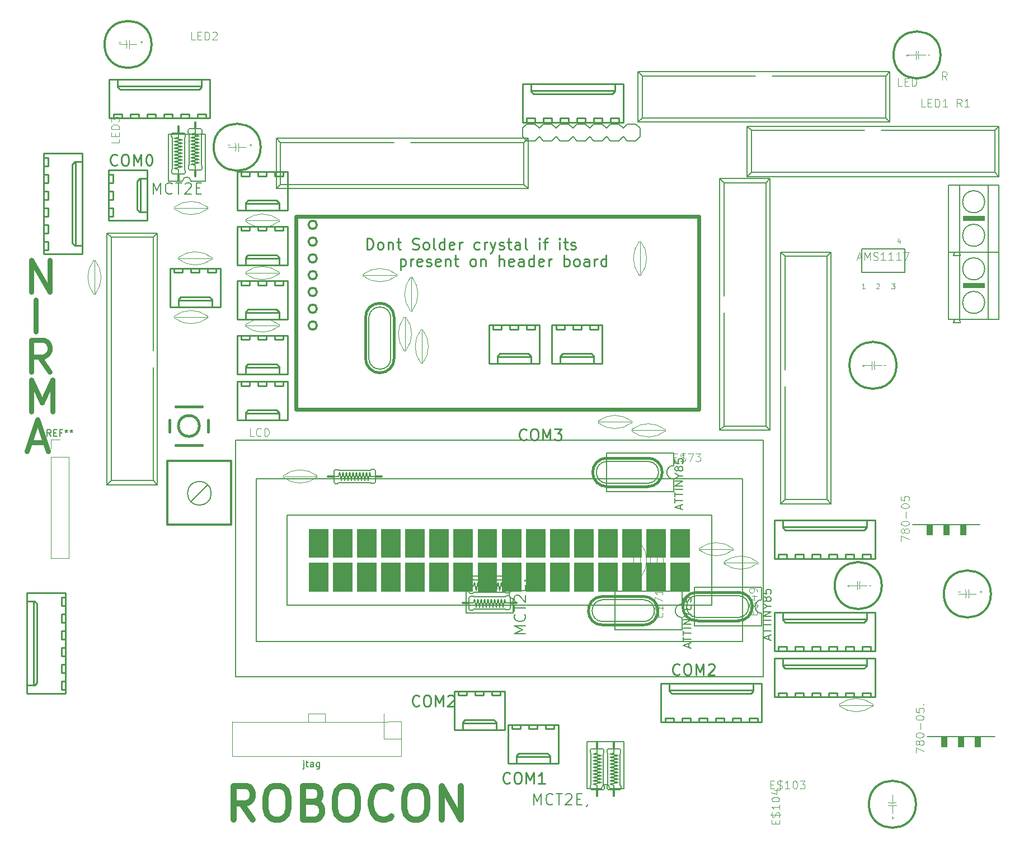
<source format=gbr>
G04 #@! TF.GenerationSoftware,KiCad,Pcbnew,(5.1.4)-1*
G04 #@! TF.CreationDate,2019-12-20T17:21:36+05:30*
G04 #@! TF.ProjectId,2014_board_SPI_Pullupattiny_4,32303134-5f62-46f6-9172-645f5350495f,rev?*
G04 #@! TF.SameCoordinates,Original*
G04 #@! TF.FileFunction,Legend,Top*
G04 #@! TF.FilePolarity,Positive*
%FSLAX46Y46*%
G04 Gerber Fmt 4.6, Leading zero omitted, Abs format (unit mm)*
G04 Created by KiCad (PCBNEW (5.1.4)-1) date 2019-12-20 17:21:36*
%MOMM*%
%LPD*%
G04 APERTURE LIST*
%ADD10C,0.266700*%
%ADD11C,0.762000*%
%ADD12C,0.967740*%
%ADD13C,0.120000*%
%ADD14C,0.100000*%
%ADD15C,0.203200*%
%ADD16C,0.127000*%
%ADD17C,0.304800*%
%ADD18C,0.609600*%
%ADD19C,0.406400*%
%ADD20C,0.050800*%
%ADD21C,0.152400*%
%ADD22C,0.254000*%
%ADD23C,0.190400*%
%ADD24C,0.150000*%
%ADD25C,0.101600*%
%ADD26C,0.032512*%
%ADD27C,0.177800*%
%ADD28C,0.097536*%
G04 APERTURE END LIST*
D10*
X147844721Y-156730700D02*
X147764288Y-156811133D01*
X147522988Y-156891566D01*
X147362121Y-156891566D01*
X147120821Y-156811133D01*
X146959955Y-156650266D01*
X146879521Y-156489400D01*
X146799088Y-156167666D01*
X146799088Y-155926366D01*
X146879521Y-155604633D01*
X146959955Y-155443766D01*
X147120821Y-155282900D01*
X147362121Y-155202466D01*
X147522988Y-155202466D01*
X147764288Y-155282900D01*
X147844721Y-155363333D01*
X148890355Y-155202466D02*
X149212088Y-155202466D01*
X149372955Y-155282900D01*
X149533821Y-155443766D01*
X149614255Y-155765500D01*
X149614255Y-156328533D01*
X149533821Y-156650266D01*
X149372955Y-156811133D01*
X149212088Y-156891566D01*
X148890355Y-156891566D01*
X148729488Y-156811133D01*
X148568621Y-156650266D01*
X148488188Y-156328533D01*
X148488188Y-155765500D01*
X148568621Y-155443766D01*
X148729488Y-155282900D01*
X148890355Y-155202466D01*
X150338155Y-156891566D02*
X150338155Y-155202466D01*
X150901188Y-156408966D01*
X151464221Y-155202466D01*
X151464221Y-156891566D01*
X153153321Y-156891566D02*
X152188121Y-156891566D01*
X152670721Y-156891566D02*
X152670721Y-155202466D01*
X152509855Y-155443766D01*
X152348988Y-155604633D01*
X152188121Y-155685066D01*
X134128721Y-145046700D02*
X134048288Y-145127133D01*
X133806988Y-145207566D01*
X133646121Y-145207566D01*
X133404821Y-145127133D01*
X133243955Y-144966266D01*
X133163521Y-144805400D01*
X133083088Y-144483666D01*
X133083088Y-144242366D01*
X133163521Y-143920633D01*
X133243955Y-143759766D01*
X133404821Y-143598900D01*
X133646121Y-143518466D01*
X133806988Y-143518466D01*
X134048288Y-143598900D01*
X134128721Y-143679333D01*
X135174355Y-143518466D02*
X135496088Y-143518466D01*
X135656955Y-143598900D01*
X135817821Y-143759766D01*
X135898255Y-144081500D01*
X135898255Y-144644533D01*
X135817821Y-144966266D01*
X135656955Y-145127133D01*
X135496088Y-145207566D01*
X135174355Y-145207566D01*
X135013488Y-145127133D01*
X134852621Y-144966266D01*
X134772188Y-144644533D01*
X134772188Y-144081500D01*
X134852621Y-143759766D01*
X135013488Y-143598900D01*
X135174355Y-143518466D01*
X136622155Y-145207566D02*
X136622155Y-143518466D01*
X137185188Y-144724966D01*
X137748221Y-143518466D01*
X137748221Y-145207566D01*
X138472121Y-143679333D02*
X138552555Y-143598900D01*
X138713421Y-143518466D01*
X139115588Y-143518466D01*
X139276455Y-143598900D01*
X139356888Y-143679333D01*
X139437321Y-143840200D01*
X139437321Y-144001066D01*
X139356888Y-144242366D01*
X138391688Y-145207566D01*
X139437321Y-145207566D01*
X134128721Y-145046700D02*
X134048288Y-145127133D01*
X133806988Y-145207566D01*
X133646121Y-145207566D01*
X133404821Y-145127133D01*
X133243955Y-144966266D01*
X133163521Y-144805400D01*
X133083088Y-144483666D01*
X133083088Y-144242366D01*
X133163521Y-143920633D01*
X133243955Y-143759766D01*
X133404821Y-143598900D01*
X133646121Y-143518466D01*
X133806988Y-143518466D01*
X134048288Y-143598900D01*
X134128721Y-143679333D01*
X135174355Y-143518466D02*
X135496088Y-143518466D01*
X135656955Y-143598900D01*
X135817821Y-143759766D01*
X135898255Y-144081500D01*
X135898255Y-144644533D01*
X135817821Y-144966266D01*
X135656955Y-145127133D01*
X135496088Y-145207566D01*
X135174355Y-145207566D01*
X135013488Y-145127133D01*
X134852621Y-144966266D01*
X134772188Y-144644533D01*
X134772188Y-144081500D01*
X134852621Y-143759766D01*
X135013488Y-143598900D01*
X135174355Y-143518466D01*
X136622155Y-145207566D02*
X136622155Y-143518466D01*
X137185188Y-144724966D01*
X137748221Y-143518466D01*
X137748221Y-145207566D01*
X138472121Y-143679333D02*
X138552555Y-143598900D01*
X138713421Y-143518466D01*
X139115588Y-143518466D01*
X139276455Y-143598900D01*
X139356888Y-143679333D01*
X139437321Y-143840200D01*
X139437321Y-144001066D01*
X139356888Y-144242366D01*
X138391688Y-145207566D01*
X139437321Y-145207566D01*
D11*
X75469447Y-82485290D02*
X75469447Y-77659290D01*
X78227161Y-82485290D01*
X78227161Y-77659290D01*
X76104447Y-88517790D02*
X76104447Y-83691790D01*
X78227161Y-94550290D02*
X76618495Y-92252195D01*
X75469447Y-94550290D02*
X75469447Y-89724290D01*
X77307923Y-89724290D01*
X77767542Y-89954100D01*
X77997352Y-90183909D01*
X78227161Y-90643528D01*
X78227161Y-91332957D01*
X77997352Y-91792576D01*
X77767542Y-92022385D01*
X77307923Y-92252195D01*
X75469447Y-92252195D01*
X75469447Y-100582790D02*
X75469447Y-95756790D01*
X77078114Y-99203933D01*
X78686780Y-95756790D01*
X78686780Y-100582790D01*
X75239638Y-105236433D02*
X77537733Y-105236433D01*
X74780019Y-106615290D02*
X76388685Y-101789290D01*
X77997352Y-106615290D01*
D12*
X108921094Y-162315760D02*
X107211421Y-159873370D01*
X105990226Y-162315760D02*
X105990226Y-157186740D01*
X107944138Y-157186740D01*
X108432616Y-157430980D01*
X108676855Y-157675219D01*
X108921094Y-158163697D01*
X108921094Y-158896414D01*
X108676855Y-159384892D01*
X108432616Y-159629131D01*
X107944138Y-159873370D01*
X105990226Y-159873370D01*
X112096202Y-157186740D02*
X113073158Y-157186740D01*
X113561636Y-157430980D01*
X114050114Y-157919458D01*
X114294353Y-158896414D01*
X114294353Y-160606087D01*
X114050114Y-161583043D01*
X113561636Y-162071521D01*
X113073158Y-162315760D01*
X112096202Y-162315760D01*
X111607724Y-162071521D01*
X111119246Y-161583043D01*
X110875007Y-160606087D01*
X110875007Y-158896414D01*
X111119246Y-157919458D01*
X111607724Y-157430980D01*
X112096202Y-157186740D01*
X118202178Y-159629131D02*
X118934895Y-159873370D01*
X119179134Y-160117609D01*
X119423373Y-160606087D01*
X119423373Y-161338804D01*
X119179134Y-161827282D01*
X118934895Y-162071521D01*
X118446417Y-162315760D01*
X116492505Y-162315760D01*
X116492505Y-157186740D01*
X118202178Y-157186740D01*
X118690656Y-157430980D01*
X118934895Y-157675219D01*
X119179134Y-158163697D01*
X119179134Y-158652175D01*
X118934895Y-159140653D01*
X118690656Y-159384892D01*
X118202178Y-159629131D01*
X116492505Y-159629131D01*
X122598481Y-157186740D02*
X123575437Y-157186740D01*
X124063915Y-157430980D01*
X124552393Y-157919458D01*
X124796632Y-158896414D01*
X124796632Y-160606087D01*
X124552393Y-161583043D01*
X124063915Y-162071521D01*
X123575437Y-162315760D01*
X122598481Y-162315760D01*
X122110003Y-162071521D01*
X121621525Y-161583043D01*
X121377286Y-160606087D01*
X121377286Y-158896414D01*
X121621525Y-157919458D01*
X122110003Y-157430980D01*
X122598481Y-157186740D01*
X129925652Y-161827282D02*
X129681413Y-162071521D01*
X128948696Y-162315760D01*
X128460218Y-162315760D01*
X127727501Y-162071521D01*
X127239023Y-161583043D01*
X126994784Y-161094565D01*
X126750545Y-160117609D01*
X126750545Y-159384892D01*
X126994784Y-158407936D01*
X127239023Y-157919458D01*
X127727501Y-157430980D01*
X128460218Y-157186740D01*
X128948696Y-157186740D01*
X129681413Y-157430980D01*
X129925652Y-157675219D01*
X133100760Y-157186740D02*
X134077716Y-157186740D01*
X134566194Y-157430980D01*
X135054672Y-157919458D01*
X135298911Y-158896414D01*
X135298911Y-160606087D01*
X135054672Y-161583043D01*
X134566194Y-162071521D01*
X134077716Y-162315760D01*
X133100760Y-162315760D01*
X132612282Y-162071521D01*
X132123804Y-161583043D01*
X131879565Y-160606087D01*
X131879565Y-158896414D01*
X132123804Y-157919458D01*
X132612282Y-157430980D01*
X133100760Y-157186740D01*
X137497063Y-162315760D02*
X137497063Y-157186740D01*
X140427931Y-162315760D01*
X140427931Y-157186740D01*
D10*
X88446821Y-63169800D02*
X88366388Y-63250233D01*
X88125088Y-63330666D01*
X87964221Y-63330666D01*
X87722921Y-63250233D01*
X87562055Y-63089366D01*
X87481621Y-62928500D01*
X87401188Y-62606766D01*
X87401188Y-62365466D01*
X87481621Y-62043733D01*
X87562055Y-61882866D01*
X87722921Y-61722000D01*
X87964221Y-61641566D01*
X88125088Y-61641566D01*
X88366388Y-61722000D01*
X88446821Y-61802433D01*
X89492455Y-61641566D02*
X89814188Y-61641566D01*
X89975055Y-61722000D01*
X90135921Y-61882866D01*
X90216355Y-62204600D01*
X90216355Y-62767633D01*
X90135921Y-63089366D01*
X89975055Y-63250233D01*
X89814188Y-63330666D01*
X89492455Y-63330666D01*
X89331588Y-63250233D01*
X89170721Y-63089366D01*
X89090288Y-62767633D01*
X89090288Y-62204600D01*
X89170721Y-61882866D01*
X89331588Y-61722000D01*
X89492455Y-61641566D01*
X90940255Y-63330666D02*
X90940255Y-61641566D01*
X91503288Y-62848066D01*
X92066321Y-61641566D01*
X92066321Y-63330666D01*
X93192388Y-61641566D02*
X93353255Y-61641566D01*
X93514121Y-61722000D01*
X93594555Y-61802433D01*
X93674988Y-61963300D01*
X93755421Y-62285033D01*
X93755421Y-62687200D01*
X93674988Y-63008933D01*
X93594555Y-63169800D01*
X93514121Y-63250233D01*
X93353255Y-63330666D01*
X93192388Y-63330666D01*
X93031521Y-63250233D01*
X92951088Y-63169800D01*
X92870655Y-63008933D01*
X92790221Y-62687200D01*
X92790221Y-62285033D01*
X92870655Y-61963300D01*
X92951088Y-61802433D01*
X93031521Y-61722000D01*
X93192388Y-61641566D01*
X134128721Y-145046700D02*
X134048288Y-145127133D01*
X133806988Y-145207566D01*
X133646121Y-145207566D01*
X133404821Y-145127133D01*
X133243955Y-144966266D01*
X133163521Y-144805400D01*
X133083088Y-144483666D01*
X133083088Y-144242366D01*
X133163521Y-143920633D01*
X133243955Y-143759766D01*
X133404821Y-143598900D01*
X133646121Y-143518466D01*
X133806988Y-143518466D01*
X134048288Y-143598900D01*
X134128721Y-143679333D01*
X135174355Y-143518466D02*
X135496088Y-143518466D01*
X135656955Y-143598900D01*
X135817821Y-143759766D01*
X135898255Y-144081500D01*
X135898255Y-144644533D01*
X135817821Y-144966266D01*
X135656955Y-145127133D01*
X135496088Y-145207566D01*
X135174355Y-145207566D01*
X135013488Y-145127133D01*
X134852621Y-144966266D01*
X134772188Y-144644533D01*
X134772188Y-144081500D01*
X134852621Y-143759766D01*
X135013488Y-143598900D01*
X135174355Y-143518466D01*
X136622155Y-145207566D02*
X136622155Y-143518466D01*
X137185188Y-144724966D01*
X137748221Y-143518466D01*
X137748221Y-145207566D01*
X138472121Y-143679333D02*
X138552555Y-143598900D01*
X138713421Y-143518466D01*
X139115588Y-143518466D01*
X139276455Y-143598900D01*
X139356888Y-143679333D01*
X139437321Y-143840200D01*
X139437321Y-144001066D01*
X139356888Y-144242366D01*
X138391688Y-145207566D01*
X139437321Y-145207566D01*
X173536821Y-140322300D02*
X173456388Y-140402733D01*
X173215088Y-140483166D01*
X173054221Y-140483166D01*
X172812921Y-140402733D01*
X172652055Y-140241866D01*
X172571621Y-140081000D01*
X172491188Y-139759266D01*
X172491188Y-139517966D01*
X172571621Y-139196233D01*
X172652055Y-139035366D01*
X172812921Y-138874500D01*
X173054221Y-138794066D01*
X173215088Y-138794066D01*
X173456388Y-138874500D01*
X173536821Y-138954933D01*
X174582455Y-138794066D02*
X174904188Y-138794066D01*
X175065055Y-138874500D01*
X175225921Y-139035366D01*
X175306355Y-139357100D01*
X175306355Y-139920133D01*
X175225921Y-140241866D01*
X175065055Y-140402733D01*
X174904188Y-140483166D01*
X174582455Y-140483166D01*
X174421588Y-140402733D01*
X174260721Y-140241866D01*
X174180288Y-139920133D01*
X174180288Y-139357100D01*
X174260721Y-139035366D01*
X174421588Y-138874500D01*
X174582455Y-138794066D01*
X176030255Y-140483166D02*
X176030255Y-138794066D01*
X176593288Y-140000566D01*
X177156321Y-138794066D01*
X177156321Y-140483166D01*
X177880221Y-138954933D02*
X177960655Y-138874500D01*
X178121521Y-138794066D01*
X178523688Y-138794066D01*
X178684555Y-138874500D01*
X178764988Y-138954933D01*
X178845421Y-139115800D01*
X178845421Y-139276666D01*
X178764988Y-139517966D01*
X177799788Y-140483166D01*
X178845421Y-140483166D01*
X150359321Y-104762300D02*
X150278888Y-104842733D01*
X150037588Y-104923166D01*
X149876721Y-104923166D01*
X149635421Y-104842733D01*
X149474555Y-104681866D01*
X149394121Y-104521000D01*
X149313688Y-104199266D01*
X149313688Y-103957966D01*
X149394121Y-103636233D01*
X149474555Y-103475366D01*
X149635421Y-103314500D01*
X149876721Y-103234066D01*
X150037588Y-103234066D01*
X150278888Y-103314500D01*
X150359321Y-103394933D01*
X151404955Y-103234066D02*
X151726688Y-103234066D01*
X151887555Y-103314500D01*
X152048421Y-103475366D01*
X152128855Y-103797100D01*
X152128855Y-104360133D01*
X152048421Y-104681866D01*
X151887555Y-104842733D01*
X151726688Y-104923166D01*
X151404955Y-104923166D01*
X151244088Y-104842733D01*
X151083221Y-104681866D01*
X151002788Y-104360133D01*
X151002788Y-103797100D01*
X151083221Y-103475366D01*
X151244088Y-103314500D01*
X151404955Y-103234066D01*
X152852755Y-104923166D02*
X152852755Y-103234066D01*
X153415788Y-104440566D01*
X153978821Y-103234066D01*
X153978821Y-104923166D01*
X154622288Y-103234066D02*
X155667921Y-103234066D01*
X155104888Y-103877533D01*
X155346188Y-103877533D01*
X155507055Y-103957966D01*
X155587488Y-104038400D01*
X155667921Y-104199266D01*
X155667921Y-104601433D01*
X155587488Y-104762300D01*
X155507055Y-104842733D01*
X155346188Y-104923166D01*
X154863588Y-104923166D01*
X154702721Y-104842733D01*
X154622288Y-104762300D01*
X126216621Y-76030666D02*
X126216621Y-74341566D01*
X126618788Y-74341566D01*
X126860088Y-74422000D01*
X127020955Y-74582866D01*
X127101388Y-74743733D01*
X127181821Y-75065466D01*
X127181821Y-75306766D01*
X127101388Y-75628500D01*
X127020955Y-75789366D01*
X126860088Y-75950233D01*
X126618788Y-76030666D01*
X126216621Y-76030666D01*
X128147021Y-76030666D02*
X127986155Y-75950233D01*
X127905721Y-75869800D01*
X127825288Y-75708933D01*
X127825288Y-75226333D01*
X127905721Y-75065466D01*
X127986155Y-74985033D01*
X128147021Y-74904600D01*
X128388321Y-74904600D01*
X128549188Y-74985033D01*
X128629621Y-75065466D01*
X128710055Y-75226333D01*
X128710055Y-75708933D01*
X128629621Y-75869800D01*
X128549188Y-75950233D01*
X128388321Y-76030666D01*
X128147021Y-76030666D01*
X129433955Y-74904600D02*
X129433955Y-76030666D01*
X129433955Y-75065466D02*
X129514388Y-74985033D01*
X129675255Y-74904600D01*
X129916555Y-74904600D01*
X130077421Y-74985033D01*
X130157855Y-75145900D01*
X130157855Y-76030666D01*
X130720888Y-74904600D02*
X131364355Y-74904600D01*
X130962188Y-74341566D02*
X130962188Y-75789366D01*
X131042621Y-75950233D01*
X131203488Y-76030666D01*
X131364355Y-76030666D01*
X133133888Y-75950233D02*
X133375188Y-76030666D01*
X133777355Y-76030666D01*
X133938221Y-75950233D01*
X134018655Y-75869800D01*
X134099088Y-75708933D01*
X134099088Y-75548066D01*
X134018655Y-75387200D01*
X133938221Y-75306766D01*
X133777355Y-75226333D01*
X133455621Y-75145900D01*
X133294755Y-75065466D01*
X133214321Y-74985033D01*
X133133888Y-74824166D01*
X133133888Y-74663300D01*
X133214321Y-74502433D01*
X133294755Y-74422000D01*
X133455621Y-74341566D01*
X133857788Y-74341566D01*
X134099088Y-74422000D01*
X135064288Y-76030666D02*
X134903421Y-75950233D01*
X134822988Y-75869800D01*
X134742555Y-75708933D01*
X134742555Y-75226333D01*
X134822988Y-75065466D01*
X134903421Y-74985033D01*
X135064288Y-74904600D01*
X135305588Y-74904600D01*
X135466455Y-74985033D01*
X135546888Y-75065466D01*
X135627321Y-75226333D01*
X135627321Y-75708933D01*
X135546888Y-75869800D01*
X135466455Y-75950233D01*
X135305588Y-76030666D01*
X135064288Y-76030666D01*
X136592521Y-76030666D02*
X136431655Y-75950233D01*
X136351221Y-75789366D01*
X136351221Y-74341566D01*
X137959888Y-76030666D02*
X137959888Y-74341566D01*
X137959888Y-75950233D02*
X137799021Y-76030666D01*
X137477288Y-76030666D01*
X137316421Y-75950233D01*
X137235988Y-75869800D01*
X137155555Y-75708933D01*
X137155555Y-75226333D01*
X137235988Y-75065466D01*
X137316421Y-74985033D01*
X137477288Y-74904600D01*
X137799021Y-74904600D01*
X137959888Y-74985033D01*
X139407688Y-75950233D02*
X139246821Y-76030666D01*
X138925088Y-76030666D01*
X138764221Y-75950233D01*
X138683788Y-75789366D01*
X138683788Y-75145900D01*
X138764221Y-74985033D01*
X138925088Y-74904600D01*
X139246821Y-74904600D01*
X139407688Y-74985033D01*
X139488121Y-75145900D01*
X139488121Y-75306766D01*
X138683788Y-75467633D01*
X140212021Y-76030666D02*
X140212021Y-74904600D01*
X140212021Y-75226333D02*
X140292455Y-75065466D01*
X140372888Y-74985033D01*
X140533755Y-74904600D01*
X140694621Y-74904600D01*
X143268488Y-75950233D02*
X143107621Y-76030666D01*
X142785888Y-76030666D01*
X142625021Y-75950233D01*
X142544588Y-75869800D01*
X142464155Y-75708933D01*
X142464155Y-75226333D01*
X142544588Y-75065466D01*
X142625021Y-74985033D01*
X142785888Y-74904600D01*
X143107621Y-74904600D01*
X143268488Y-74985033D01*
X143992388Y-76030666D02*
X143992388Y-74904600D01*
X143992388Y-75226333D02*
X144072821Y-75065466D01*
X144153255Y-74985033D01*
X144314121Y-74904600D01*
X144474988Y-74904600D01*
X144877155Y-74904600D02*
X145279321Y-76030666D01*
X145681488Y-74904600D02*
X145279321Y-76030666D01*
X145118455Y-76432833D01*
X145038021Y-76513266D01*
X144877155Y-76593700D01*
X146244521Y-75950233D02*
X146405388Y-76030666D01*
X146727121Y-76030666D01*
X146887988Y-75950233D01*
X146968421Y-75789366D01*
X146968421Y-75708933D01*
X146887988Y-75548066D01*
X146727121Y-75467633D01*
X146485821Y-75467633D01*
X146324955Y-75387200D01*
X146244521Y-75226333D01*
X146244521Y-75145900D01*
X146324955Y-74985033D01*
X146485821Y-74904600D01*
X146727121Y-74904600D01*
X146887988Y-74985033D01*
X147451021Y-74904600D02*
X148094488Y-74904600D01*
X147692321Y-74341566D02*
X147692321Y-75789366D01*
X147772755Y-75950233D01*
X147933621Y-76030666D01*
X148094488Y-76030666D01*
X149381421Y-76030666D02*
X149381421Y-75145900D01*
X149300988Y-74985033D01*
X149140121Y-74904600D01*
X148818388Y-74904600D01*
X148657521Y-74985033D01*
X149381421Y-75950233D02*
X149220555Y-76030666D01*
X148818388Y-76030666D01*
X148657521Y-75950233D01*
X148577088Y-75789366D01*
X148577088Y-75628500D01*
X148657521Y-75467633D01*
X148818388Y-75387200D01*
X149220555Y-75387200D01*
X149381421Y-75306766D01*
X150427055Y-76030666D02*
X150266188Y-75950233D01*
X150185755Y-75789366D01*
X150185755Y-74341566D01*
X152357455Y-76030666D02*
X152357455Y-74904600D01*
X152357455Y-74341566D02*
X152277021Y-74422000D01*
X152357455Y-74502433D01*
X152437888Y-74422000D01*
X152357455Y-74341566D01*
X152357455Y-74502433D01*
X152920488Y-74904600D02*
X153563955Y-74904600D01*
X153161788Y-76030666D02*
X153161788Y-74582866D01*
X153242221Y-74422000D01*
X153403088Y-74341566D01*
X153563955Y-74341566D01*
X155413921Y-76030666D02*
X155413921Y-74904600D01*
X155413921Y-74341566D02*
X155333488Y-74422000D01*
X155413921Y-74502433D01*
X155494355Y-74422000D01*
X155413921Y-74341566D01*
X155413921Y-74502433D01*
X155976955Y-74904600D02*
X156620421Y-74904600D01*
X156218255Y-74341566D02*
X156218255Y-75789366D01*
X156298688Y-75950233D01*
X156459555Y-76030666D01*
X156620421Y-76030666D01*
X157103021Y-75950233D02*
X157263888Y-76030666D01*
X157585621Y-76030666D01*
X157746488Y-75950233D01*
X157826921Y-75789366D01*
X157826921Y-75708933D01*
X157746488Y-75548066D01*
X157585621Y-75467633D01*
X157344321Y-75467633D01*
X157183455Y-75387200D01*
X157103021Y-75226333D01*
X157103021Y-75145900D01*
X157183455Y-74985033D01*
X157344321Y-74904600D01*
X157585621Y-74904600D01*
X157746488Y-74985033D01*
X131296621Y-77444600D02*
X131296621Y-79133700D01*
X131296621Y-77525033D02*
X131457488Y-77444600D01*
X131779221Y-77444600D01*
X131940088Y-77525033D01*
X132020521Y-77605466D01*
X132100955Y-77766333D01*
X132100955Y-78248933D01*
X132020521Y-78409800D01*
X131940088Y-78490233D01*
X131779221Y-78570666D01*
X131457488Y-78570666D01*
X131296621Y-78490233D01*
X132824855Y-78570666D02*
X132824855Y-77444600D01*
X132824855Y-77766333D02*
X132905288Y-77605466D01*
X132985721Y-77525033D01*
X133146588Y-77444600D01*
X133307455Y-77444600D01*
X134513955Y-78490233D02*
X134353088Y-78570666D01*
X134031355Y-78570666D01*
X133870488Y-78490233D01*
X133790055Y-78329366D01*
X133790055Y-77685900D01*
X133870488Y-77525033D01*
X134031355Y-77444600D01*
X134353088Y-77444600D01*
X134513955Y-77525033D01*
X134594388Y-77685900D01*
X134594388Y-77846766D01*
X133790055Y-78007633D01*
X135237855Y-78490233D02*
X135398721Y-78570666D01*
X135720455Y-78570666D01*
X135881321Y-78490233D01*
X135961755Y-78329366D01*
X135961755Y-78248933D01*
X135881321Y-78088066D01*
X135720455Y-78007633D01*
X135479155Y-78007633D01*
X135318288Y-77927200D01*
X135237855Y-77766333D01*
X135237855Y-77685900D01*
X135318288Y-77525033D01*
X135479155Y-77444600D01*
X135720455Y-77444600D01*
X135881321Y-77525033D01*
X137329121Y-78490233D02*
X137168255Y-78570666D01*
X136846521Y-78570666D01*
X136685655Y-78490233D01*
X136605221Y-78329366D01*
X136605221Y-77685900D01*
X136685655Y-77525033D01*
X136846521Y-77444600D01*
X137168255Y-77444600D01*
X137329121Y-77525033D01*
X137409555Y-77685900D01*
X137409555Y-77846766D01*
X136605221Y-78007633D01*
X138133455Y-77444600D02*
X138133455Y-78570666D01*
X138133455Y-77605466D02*
X138213888Y-77525033D01*
X138374755Y-77444600D01*
X138616055Y-77444600D01*
X138776921Y-77525033D01*
X138857355Y-77685900D01*
X138857355Y-78570666D01*
X139420388Y-77444600D02*
X140063855Y-77444600D01*
X139661688Y-76881566D02*
X139661688Y-78329366D01*
X139742121Y-78490233D01*
X139902988Y-78570666D01*
X140063855Y-78570666D01*
X142155121Y-78570666D02*
X141994255Y-78490233D01*
X141913821Y-78409800D01*
X141833388Y-78248933D01*
X141833388Y-77766333D01*
X141913821Y-77605466D01*
X141994255Y-77525033D01*
X142155121Y-77444600D01*
X142396421Y-77444600D01*
X142557288Y-77525033D01*
X142637721Y-77605466D01*
X142718155Y-77766333D01*
X142718155Y-78248933D01*
X142637721Y-78409800D01*
X142557288Y-78490233D01*
X142396421Y-78570666D01*
X142155121Y-78570666D01*
X143442055Y-77444600D02*
X143442055Y-78570666D01*
X143442055Y-77605466D02*
X143522488Y-77525033D01*
X143683355Y-77444600D01*
X143924655Y-77444600D01*
X144085521Y-77525033D01*
X144165955Y-77685900D01*
X144165955Y-78570666D01*
X146257221Y-78570666D02*
X146257221Y-76881566D01*
X146981121Y-78570666D02*
X146981121Y-77685900D01*
X146900688Y-77525033D01*
X146739821Y-77444600D01*
X146498521Y-77444600D01*
X146337655Y-77525033D01*
X146257221Y-77605466D01*
X148428921Y-78490233D02*
X148268055Y-78570666D01*
X147946321Y-78570666D01*
X147785455Y-78490233D01*
X147705021Y-78329366D01*
X147705021Y-77685900D01*
X147785455Y-77525033D01*
X147946321Y-77444600D01*
X148268055Y-77444600D01*
X148428921Y-77525033D01*
X148509355Y-77685900D01*
X148509355Y-77846766D01*
X147705021Y-78007633D01*
X149957155Y-78570666D02*
X149957155Y-77685900D01*
X149876721Y-77525033D01*
X149715855Y-77444600D01*
X149394121Y-77444600D01*
X149233255Y-77525033D01*
X149957155Y-78490233D02*
X149796288Y-78570666D01*
X149394121Y-78570666D01*
X149233255Y-78490233D01*
X149152821Y-78329366D01*
X149152821Y-78168500D01*
X149233255Y-78007633D01*
X149394121Y-77927200D01*
X149796288Y-77927200D01*
X149957155Y-77846766D01*
X151485388Y-78570666D02*
X151485388Y-76881566D01*
X151485388Y-78490233D02*
X151324521Y-78570666D01*
X151002788Y-78570666D01*
X150841921Y-78490233D01*
X150761488Y-78409800D01*
X150681055Y-78248933D01*
X150681055Y-77766333D01*
X150761488Y-77605466D01*
X150841921Y-77525033D01*
X151002788Y-77444600D01*
X151324521Y-77444600D01*
X151485388Y-77525033D01*
X152933188Y-78490233D02*
X152772321Y-78570666D01*
X152450588Y-78570666D01*
X152289721Y-78490233D01*
X152209288Y-78329366D01*
X152209288Y-77685900D01*
X152289721Y-77525033D01*
X152450588Y-77444600D01*
X152772321Y-77444600D01*
X152933188Y-77525033D01*
X153013621Y-77685900D01*
X153013621Y-77846766D01*
X152209288Y-78007633D01*
X153737521Y-78570666D02*
X153737521Y-77444600D01*
X153737521Y-77766333D02*
X153817955Y-77605466D01*
X153898388Y-77525033D01*
X154059255Y-77444600D01*
X154220121Y-77444600D01*
X156070088Y-78570666D02*
X156070088Y-76881566D01*
X156070088Y-77525033D02*
X156230955Y-77444600D01*
X156552688Y-77444600D01*
X156713555Y-77525033D01*
X156793988Y-77605466D01*
X156874421Y-77766333D01*
X156874421Y-78248933D01*
X156793988Y-78409800D01*
X156713555Y-78490233D01*
X156552688Y-78570666D01*
X156230955Y-78570666D01*
X156070088Y-78490233D01*
X157839621Y-78570666D02*
X157678755Y-78490233D01*
X157598321Y-78409800D01*
X157517888Y-78248933D01*
X157517888Y-77766333D01*
X157598321Y-77605466D01*
X157678755Y-77525033D01*
X157839621Y-77444600D01*
X158080921Y-77444600D01*
X158241788Y-77525033D01*
X158322221Y-77605466D01*
X158402655Y-77766333D01*
X158402655Y-78248933D01*
X158322221Y-78409800D01*
X158241788Y-78490233D01*
X158080921Y-78570666D01*
X157839621Y-78570666D01*
X159850455Y-78570666D02*
X159850455Y-77685900D01*
X159770021Y-77525033D01*
X159609155Y-77444600D01*
X159287421Y-77444600D01*
X159126555Y-77525033D01*
X159850455Y-78490233D02*
X159689588Y-78570666D01*
X159287421Y-78570666D01*
X159126555Y-78490233D01*
X159046121Y-78329366D01*
X159046121Y-78168500D01*
X159126555Y-78007633D01*
X159287421Y-77927200D01*
X159689588Y-77927200D01*
X159850455Y-77846766D01*
X160654788Y-78570666D02*
X160654788Y-77444600D01*
X160654788Y-77766333D02*
X160735221Y-77605466D01*
X160815655Y-77525033D01*
X160976521Y-77444600D01*
X161137388Y-77444600D01*
X162424321Y-78570666D02*
X162424321Y-76881566D01*
X162424321Y-78490233D02*
X162263455Y-78570666D01*
X161941721Y-78570666D01*
X161780855Y-78490233D01*
X161700421Y-78409800D01*
X161619988Y-78248933D01*
X161619988Y-77766333D01*
X161700421Y-77605466D01*
X161780855Y-77525033D01*
X161941721Y-77444600D01*
X162263455Y-77444600D01*
X162424321Y-77525033D01*
D13*
G04 #@! TO.C,jtag*
X131378000Y-147514000D02*
X131378000Y-148844000D01*
X130048000Y-147514000D02*
X131378000Y-147514000D01*
X131378000Y-150114000D02*
X131378000Y-152714000D01*
X128778000Y-150114000D02*
X131378000Y-150114000D01*
X128778000Y-146304000D02*
X128778000Y-150114000D01*
X131378000Y-152714000D02*
X105858000Y-152714000D01*
X128778000Y-147574000D02*
X105858000Y-147574000D01*
X105858000Y-147514000D02*
X105858000Y-152714000D01*
X118618000Y-147574000D02*
X119888000Y-147574000D01*
X119888000Y-147574000D02*
X119888000Y-146304000D01*
X119888000Y-146304000D02*
X117348000Y-146304000D01*
X117348000Y-146304000D02*
X117348000Y-147574000D01*
X131378000Y-148844000D02*
X131378000Y-150114000D01*
X128778000Y-147574000D02*
X130048000Y-147514000D01*
G04 #@! TO.C,REF\002A\002A*
X78426000Y-104842000D02*
X79756000Y-104842000D01*
X78426000Y-106172000D02*
X78426000Y-104842000D01*
X78426000Y-107442000D02*
X81086000Y-107442000D01*
X81086000Y-107442000D02*
X81086000Y-122742000D01*
X78426000Y-107442000D02*
X78426000Y-122742000D01*
X78426000Y-122742000D02*
X81086000Y-122742000D01*
D14*
G04 #@! TO.C,LCD*
G36*
X172178600Y-127833600D02*
G01*
X175128600Y-127833600D01*
X175128600Y-123483600D01*
X172178600Y-123483600D01*
X172178600Y-127833600D01*
G37*
G36*
X172178600Y-122683600D02*
G01*
X175128600Y-122683600D01*
X175128600Y-118333600D01*
X172178600Y-118333600D01*
X172178600Y-122683600D01*
G37*
G36*
X168528600Y-127833600D02*
G01*
X171478600Y-127833600D01*
X171478600Y-123483600D01*
X168528600Y-123483600D01*
X168528600Y-127833600D01*
G37*
G36*
X168528600Y-122683600D02*
G01*
X171478600Y-122683600D01*
X171478600Y-118333600D01*
X168528600Y-118333600D01*
X168528600Y-122683600D01*
G37*
G36*
X164878600Y-127833600D02*
G01*
X167828600Y-127833600D01*
X167828600Y-123483600D01*
X164878600Y-123483600D01*
X164878600Y-127833600D01*
G37*
G36*
X164878600Y-122683600D02*
G01*
X167828600Y-122683600D01*
X167828600Y-118333600D01*
X164878600Y-118333600D01*
X164878600Y-122683600D01*
G37*
G36*
X161228600Y-127833600D02*
G01*
X164178600Y-127833600D01*
X164178600Y-123483600D01*
X161228600Y-123483600D01*
X161228600Y-127833600D01*
G37*
G36*
X161228600Y-122683600D02*
G01*
X164178600Y-122683600D01*
X164178600Y-118333600D01*
X161228600Y-118333600D01*
X161228600Y-122683600D01*
G37*
G36*
X157578600Y-127833600D02*
G01*
X160528600Y-127833600D01*
X160528600Y-123483600D01*
X157578600Y-123483600D01*
X157578600Y-127833600D01*
G37*
G36*
X157578600Y-122683600D02*
G01*
X160528600Y-122683600D01*
X160528600Y-118333600D01*
X157578600Y-118333600D01*
X157578600Y-122683600D01*
G37*
G36*
X153928600Y-127833600D02*
G01*
X156878600Y-127833600D01*
X156878600Y-123483600D01*
X153928600Y-123483600D01*
X153928600Y-127833600D01*
G37*
G36*
X153928600Y-122683600D02*
G01*
X156878600Y-122683600D01*
X156878600Y-118333600D01*
X153928600Y-118333600D01*
X153928600Y-122683600D01*
G37*
G36*
X150278600Y-127833600D02*
G01*
X153228600Y-127833600D01*
X153228600Y-123483600D01*
X150278600Y-123483600D01*
X150278600Y-127833600D01*
G37*
G36*
X150278600Y-122683600D02*
G01*
X153228600Y-122683600D01*
X153228600Y-118333600D01*
X150278600Y-118333600D01*
X150278600Y-122683600D01*
G37*
G36*
X146628600Y-127833600D02*
G01*
X149578600Y-127833600D01*
X149578600Y-123483600D01*
X146628600Y-123483600D01*
X146628600Y-127833600D01*
G37*
G36*
X146628600Y-122683600D02*
G01*
X149578600Y-122683600D01*
X149578600Y-118333600D01*
X146628600Y-118333600D01*
X146628600Y-122683600D01*
G37*
G36*
X142978600Y-127833600D02*
G01*
X145928600Y-127833600D01*
X145928600Y-123483600D01*
X142978600Y-123483600D01*
X142978600Y-127833600D01*
G37*
G36*
X142978600Y-122683600D02*
G01*
X145928600Y-122683600D01*
X145928600Y-118333600D01*
X142978600Y-118333600D01*
X142978600Y-122683600D01*
G37*
G36*
X139328600Y-127833600D02*
G01*
X142278600Y-127833600D01*
X142278600Y-123483600D01*
X139328600Y-123483600D01*
X139328600Y-127833600D01*
G37*
G36*
X139328600Y-122683600D02*
G01*
X142278600Y-122683600D01*
X142278600Y-118333600D01*
X139328600Y-118333600D01*
X139328600Y-122683600D01*
G37*
G36*
X135678600Y-127833600D02*
G01*
X138628600Y-127833600D01*
X138628600Y-123483600D01*
X135678600Y-123483600D01*
X135678600Y-127833600D01*
G37*
G36*
X135678600Y-122683600D02*
G01*
X138628600Y-122683600D01*
X138628600Y-118333600D01*
X135678600Y-118333600D01*
X135678600Y-122683600D01*
G37*
G36*
X132028600Y-127833600D02*
G01*
X134978600Y-127833600D01*
X134978600Y-123483600D01*
X132028600Y-123483600D01*
X132028600Y-127833600D01*
G37*
G36*
X132028600Y-122683600D02*
G01*
X134978600Y-122683600D01*
X134978600Y-118333600D01*
X132028600Y-118333600D01*
X132028600Y-122683600D01*
G37*
G36*
X128378600Y-127833600D02*
G01*
X131328600Y-127833600D01*
X131328600Y-123483600D01*
X128378600Y-123483600D01*
X128378600Y-127833600D01*
G37*
G36*
X128378600Y-122683600D02*
G01*
X131328600Y-122683600D01*
X131328600Y-118333600D01*
X128378600Y-118333600D01*
X128378600Y-122683600D01*
G37*
G36*
X124728600Y-127833600D02*
G01*
X127678600Y-127833600D01*
X127678600Y-123483600D01*
X124728600Y-123483600D01*
X124728600Y-127833600D01*
G37*
G36*
X124728600Y-122683600D02*
G01*
X127678600Y-122683600D01*
X127678600Y-118333600D01*
X124728600Y-118333600D01*
X124728600Y-122683600D01*
G37*
G36*
X121078600Y-127833600D02*
G01*
X124028600Y-127833600D01*
X124028600Y-123483600D01*
X121078600Y-123483600D01*
X121078600Y-127833600D01*
G37*
G36*
X121078600Y-122683600D02*
G01*
X124028600Y-122683600D01*
X124028600Y-118333600D01*
X121078600Y-118333600D01*
X121078600Y-122683600D01*
G37*
G36*
X117428600Y-127833600D02*
G01*
X120378600Y-127833600D01*
X120378600Y-123483600D01*
X117428600Y-123483600D01*
X117428600Y-127833600D01*
G37*
G36*
X117428600Y-122683600D02*
G01*
X120378600Y-122683600D01*
X120378600Y-118333600D01*
X117428600Y-118333600D01*
X117428600Y-122683600D01*
G37*
D15*
X114128600Y-129883600D02*
X114128600Y-116283600D01*
X178428600Y-129883600D02*
X114128600Y-129883600D01*
X178428600Y-116283600D02*
X178428600Y-129883600D01*
X114128600Y-116283600D02*
X178428600Y-116283600D01*
X109528600Y-135383600D02*
X109528600Y-110783600D01*
X183028600Y-135383600D02*
X109528600Y-135383600D01*
X183028600Y-110783600D02*
X183028600Y-135383600D01*
X109528600Y-110783600D02*
X183028600Y-110783600D01*
X106378600Y-140683600D02*
X106378600Y-104883600D01*
X186178600Y-140683600D02*
X106378600Y-140683600D01*
X186178600Y-104883600D02*
X186178600Y-140683600D01*
X106378600Y-104883600D02*
X186178600Y-104883600D01*
D16*
G04 #@! TO.C,E$8*
X149987000Y-66167000D02*
X150622000Y-66802000D01*
X149987000Y-59817000D02*
X150622000Y-59182000D01*
X113157000Y-66167000D02*
X112522000Y-66802000D01*
X113157000Y-59817000D02*
X112522000Y-59182000D01*
X113157000Y-66167000D02*
X113157000Y-59817000D01*
X149987000Y-66167000D02*
X113157000Y-66167000D01*
X149987000Y-59817000D02*
X149987000Y-66167000D01*
X132842000Y-59817000D02*
X149987000Y-59817000D01*
X113157000Y-59817000D02*
X130302000Y-59817000D01*
X150622000Y-59182000D02*
X112522000Y-59182000D01*
X112522000Y-66802000D02*
X112522000Y-59182000D01*
X150622000Y-66802000D02*
X112522000Y-66802000D01*
X150622000Y-59182000D02*
X150622000Y-66802000D01*
D17*
G04 #@! TO.C,E$1*
X118656100Y-87541100D02*
G75*
G03X118656100Y-87541100I-635000J0D01*
G01*
X118656100Y-85001100D02*
G75*
G03X118656100Y-85001100I-635000J0D01*
G01*
X118656100Y-82461100D02*
G75*
G03X118656100Y-82461100I-635000J0D01*
G01*
X118656100Y-79921100D02*
G75*
G03X118656100Y-79921100I-635000J0D01*
G01*
X118656100Y-77381100D02*
G75*
G03X118656100Y-77381100I-635000J0D01*
G01*
X118656100Y-74841100D02*
G75*
G03X118656100Y-74841100I-635000J0D01*
G01*
X118656100Y-72301100D02*
G75*
G03X118656100Y-72301100I-635000J0D01*
G01*
D18*
X115481100Y-71031100D02*
X115481100Y-72301100D01*
X176441100Y-71031100D02*
X115481100Y-71031100D01*
X176441100Y-100241100D02*
X176441100Y-71031100D01*
X115481100Y-100241100D02*
X176441100Y-100241100D01*
X115481100Y-74841100D02*
X115481100Y-100241100D01*
X115481100Y-72301100D02*
X115481100Y-74841100D01*
D19*
G04 #@! TO.C,E$2*
X130340100Y-86271100D02*
G75*
G03X126022100Y-86398100I-2159000J-63500D01*
G01*
X130340100Y-92494100D02*
G75*
G02X126022100Y-92494100I-2159000J-63500D01*
G01*
X130340100Y-86271100D02*
X130340100Y-92494100D01*
X126022100Y-92494100D02*
X126022100Y-86398100D01*
D16*
X129832100Y-92621098D02*
G75*
G02X126530100Y-92621100I-1651000J126999D01*
G01*
X129832100Y-86271102D02*
G75*
G03X126530100Y-86271100I-1651000J-126999D01*
G01*
X126530100Y-92621100D02*
X126530100Y-86271100D01*
X129832100Y-92621100D02*
X129832100Y-86271100D01*
D20*
G04 #@! TO.C,E$3*
X131991100Y-91224100D02*
X131991100Y-86398100D01*
X131864100Y-86271100D02*
X132118100Y-86271100D01*
X131864100Y-91351100D02*
X132118100Y-91351100D01*
X132118100Y-91351099D02*
G75*
G03X132118100Y-86271100I-3238499J2539999D01*
G01*
X131864100Y-86271101D02*
G75*
G03X131864100Y-91351100I3238499J-2539999D01*
G01*
G04 #@! TO.C,E$4*
X134531100Y-93129100D02*
X134531100Y-88303100D01*
X134404100Y-88176100D02*
X134658100Y-88176100D01*
X134404100Y-93256100D02*
X134658100Y-93256100D01*
X134658100Y-93256099D02*
G75*
G03X134658100Y-88176100I-3238499J2539999D01*
G01*
X134404100Y-88176101D02*
G75*
G03X134404100Y-93256100I3238499J-2539999D01*
G01*
G04 #@! TO.C,E$5*
X132943600Y-85191600D02*
X132943600Y-80365600D01*
X132816600Y-80238600D02*
X133070600Y-80238600D01*
X132816600Y-85318600D02*
X133070600Y-85318600D01*
X133070600Y-85318599D02*
G75*
G03X133070600Y-80238600I-3238499J2539999D01*
G01*
X132816600Y-80238601D02*
G75*
G03X132816600Y-85318600I3238499J-2539999D01*
G01*
G04 #@! TO.C,E$6*
X167551100Y-79794100D02*
X167551100Y-74968100D01*
X167424100Y-74841100D02*
X167678100Y-74841100D01*
X167424100Y-79921100D02*
X167678100Y-79921100D01*
X167678100Y-79921099D02*
G75*
G03X167678100Y-74841100I-3238499J2539999D01*
G01*
X167424100Y-74841101D02*
G75*
G03X167424100Y-79921100I3238499J-2539999D01*
G01*
D17*
G04 #@! TO.C,E$13*
X127546100Y-110401100D02*
X128460500Y-110401100D01*
X121196100Y-110401100D02*
X120307100Y-110401100D01*
D16*
X127546100Y-110401100D02*
X126784100Y-110401100D01*
X126657100Y-109766100D02*
X126784100Y-110401100D01*
X126403100Y-111036100D02*
X126657100Y-109766100D01*
X126149100Y-109766100D02*
X126403100Y-111036100D01*
X125895100Y-111036100D02*
X126149100Y-109766100D01*
X125641100Y-109766100D02*
X125895100Y-111036100D01*
X125387100Y-111036100D02*
X125641100Y-109766100D01*
X125133100Y-109766100D02*
X125387100Y-111036100D01*
X124879100Y-111036100D02*
X125133100Y-109766100D01*
X124625100Y-109766100D02*
X124879100Y-111036100D01*
X124371100Y-111036100D02*
X124625100Y-109766100D01*
X124117100Y-109766100D02*
X124371100Y-111036100D01*
X123863100Y-111036100D02*
X124117100Y-109766100D01*
X123609100Y-109766100D02*
X123863100Y-111036100D01*
X123355100Y-111036100D02*
X123609100Y-109766100D01*
X123101100Y-109766100D02*
X123355100Y-111036100D01*
X122847100Y-111036100D02*
X123101100Y-109766100D01*
X122593100Y-109766100D02*
X122847100Y-111036100D01*
X122339100Y-111036100D02*
X122593100Y-109766100D01*
X122085100Y-109766100D02*
X122339100Y-111036100D01*
X121958100Y-110401100D02*
X122085100Y-109766100D01*
X122008900Y-109486700D02*
X126784100Y-109486700D01*
X121958100Y-111315500D02*
X126733300Y-111315500D01*
X126834900Y-111417100D02*
X126733300Y-111315500D01*
X127495300Y-109512100D02*
X127495300Y-111239300D01*
X127495300Y-111239300D02*
G75*
G02X127317500Y-111417100I-177800J0D01*
G01*
X126834900Y-111417100D02*
X127317500Y-111417100D01*
X126936500Y-109334300D02*
X126784100Y-109486700D01*
X127317500Y-109334300D02*
G75*
G02X127495300Y-109512100I0J-177800D01*
G01*
X126936500Y-109334300D02*
X127292100Y-109334300D01*
X121805700Y-111467900D02*
X121958100Y-111315500D01*
X121424700Y-111467900D02*
G75*
G02X121246900Y-111290100I0J177800D01*
G01*
X121246900Y-111290100D02*
X121246900Y-110401100D01*
X121805700Y-111467900D02*
X121450100Y-111467900D01*
X121907300Y-109385100D02*
X122008900Y-109486700D01*
X121246900Y-109562900D02*
X121246900Y-110401100D01*
X121246900Y-109562900D02*
G75*
G02X121424700Y-109385100I177800J0D01*
G01*
X121907300Y-109385100D02*
X121424700Y-109385100D01*
X121246900Y-110401100D02*
X121958100Y-110401100D01*
X121196100Y-110401100D02*
X121246900Y-110401100D01*
X120221100Y-110401100D02*
X120307100Y-110401100D01*
D21*
G04 #@! TO.C,ATTINY85\002C*
X172631100Y-108750100D02*
G75*
G03X172631100Y-110782100I0J-1016000D01*
G01*
X172631100Y-106845100D02*
X172631100Y-108750100D01*
X172631100Y-112687100D02*
X172631100Y-110782100D01*
X162471100Y-112687100D02*
X162471100Y-106845100D01*
X172631100Y-106845100D02*
X162471100Y-106845100D01*
X162471100Y-112687100D02*
X172631100Y-112687100D01*
D20*
G04 #@! TO.C,E$15*
X113703100Y-110401100D02*
X118529100Y-110401100D01*
X118656100Y-110274100D02*
X118656100Y-110528100D01*
X113576100Y-110274100D02*
X113576100Y-110528100D01*
X113576101Y-110528100D02*
G75*
G03X118656100Y-110528100I2539999J3238499D01*
G01*
X118656099Y-110274100D02*
G75*
G03X113576100Y-110274100I-2539999J-3238499D01*
G01*
D21*
G04 #@! TO.C,ATTINY85*
X185966100Y-129070100D02*
G75*
G03X185966100Y-131102100I0J-1016000D01*
G01*
X185966100Y-127165100D02*
X185966100Y-129070100D01*
X185966100Y-133007100D02*
X185966100Y-131102100D01*
X175806100Y-133007100D02*
X175806100Y-127165100D01*
X185966100Y-127165100D02*
X175806100Y-127165100D01*
X175806100Y-133007100D02*
X185966100Y-133007100D01*
G04 #@! TO.C,ATTINY85.*
X173901100Y-129705100D02*
G75*
G03X173901100Y-131737100I0J-1016000D01*
G01*
X173901100Y-127800100D02*
X173901100Y-129705100D01*
X173901100Y-133642100D02*
X173901100Y-131737100D01*
X163741100Y-133642100D02*
X163741100Y-127800100D01*
X173901100Y-127800100D02*
X163741100Y-127800100D01*
X163741100Y-133642100D02*
X173901100Y-133642100D01*
D19*
G04 #@! TO.C,E$18*
X162471100Y-107607100D02*
G75*
G03X162598100Y-111925100I63500J-2159000D01*
G01*
X168694100Y-107607100D02*
G75*
G02X168694100Y-111925100I63500J-2159000D01*
G01*
X162471100Y-107607100D02*
X168694100Y-107607100D01*
X168694100Y-111925100D02*
X162598100Y-111925100D01*
D16*
X168821098Y-108115100D02*
G75*
G02X168821100Y-111417100I-126999J-1651000D01*
G01*
X162471102Y-108115100D02*
G75*
G03X162471100Y-111417100I126999J-1651000D01*
G01*
X168821100Y-111417100D02*
X162471100Y-111417100D01*
X168821100Y-108115100D02*
X162471100Y-108115100D01*
D20*
G04 #@! TO.C,E$19*
X166408100Y-103416100D02*
X171234100Y-103416100D01*
X171361100Y-103289100D02*
X171361100Y-103543100D01*
X166281100Y-103289100D02*
X166281100Y-103543100D01*
X166281101Y-103543100D02*
G75*
G03X171361100Y-103543100I2539999J3238499D01*
G01*
X171361099Y-103289100D02*
G75*
G03X166281100Y-103289100I-2539999J-3238499D01*
G01*
G04 #@! TO.C,E$20*
X161328100Y-102146100D02*
X166154100Y-102146100D01*
X166281100Y-102019100D02*
X166281100Y-102273100D01*
X161201100Y-102019100D02*
X161201100Y-102273100D01*
X161201101Y-102273100D02*
G75*
G03X166281100Y-102273100I2539999J3238499D01*
G01*
X166281099Y-102019100D02*
G75*
G03X161201100Y-102019100I-2539999J-3238499D01*
G01*
D22*
G04 #@! TO.C,E$21*
X201841100Y-118148100D02*
X201841100Y-118021100D01*
X201460100Y-118529100D02*
X201841100Y-118148100D01*
X201841100Y-118021100D02*
X189141100Y-118021100D01*
X201841100Y-118021100D02*
X201841100Y-117005100D01*
X189141100Y-118148100D02*
X189141100Y-118021100D01*
X189522100Y-118529100D02*
X189141100Y-118148100D01*
X187871100Y-122847100D02*
X187871100Y-117005100D01*
X201841100Y-117005100D02*
X203111100Y-117005100D01*
X194221100Y-117005100D02*
X201841100Y-117005100D01*
X203111100Y-122847100D02*
X203111100Y-117005100D01*
X203111100Y-122847100D02*
X187871100Y-122847100D01*
X196126100Y-122847100D02*
X196126100Y-122212100D01*
X197396100Y-122212100D02*
X197396100Y-122847100D01*
X197396100Y-122212100D02*
X196126100Y-122212100D01*
X198666100Y-122847100D02*
X198666100Y-122212100D01*
X199936100Y-122212100D02*
X199936100Y-122847100D01*
X199936100Y-122212100D02*
X198666100Y-122212100D01*
X201206100Y-122212100D02*
X201206100Y-122847100D01*
X202476100Y-122212100D02*
X201206100Y-122212100D01*
X202476100Y-122847100D02*
X202476100Y-122212100D01*
X188506100Y-122847100D02*
X188506100Y-122212100D01*
X189776100Y-122212100D02*
X189776100Y-122847100D01*
X189776100Y-122212100D02*
X188506100Y-122212100D01*
X191046100Y-122847100D02*
X191046100Y-122212100D01*
X192316100Y-122212100D02*
X192316100Y-122847100D01*
X192316100Y-122212100D02*
X191046100Y-122212100D01*
X193586100Y-122212100D02*
X193586100Y-122847100D01*
X194856100Y-122212100D02*
X193586100Y-122212100D01*
X194856100Y-122847100D02*
X194856100Y-122212100D01*
X189522100Y-118529100D02*
X201460100Y-118529100D01*
X189141100Y-118021100D02*
X189141100Y-117005100D01*
X189141100Y-117005100D02*
X187871100Y-117005100D01*
X195491100Y-117005100D02*
X189141100Y-117005100D01*
G04 #@! TO.C,E$22*
X201841100Y-132118100D02*
X201841100Y-131991100D01*
X201460100Y-132499100D02*
X201841100Y-132118100D01*
X201841100Y-131991100D02*
X189141100Y-131991100D01*
X201841100Y-131991100D02*
X201841100Y-130975100D01*
X189141100Y-132118100D02*
X189141100Y-131991100D01*
X189522100Y-132499100D02*
X189141100Y-132118100D01*
X187871100Y-136817100D02*
X187871100Y-130975100D01*
X201841100Y-130975100D02*
X203111100Y-130975100D01*
X194221100Y-130975100D02*
X201841100Y-130975100D01*
X203111100Y-136817100D02*
X203111100Y-130975100D01*
X203111100Y-136817100D02*
X187871100Y-136817100D01*
X196126100Y-136817100D02*
X196126100Y-136182100D01*
X197396100Y-136182100D02*
X197396100Y-136817100D01*
X197396100Y-136182100D02*
X196126100Y-136182100D01*
X198666100Y-136817100D02*
X198666100Y-136182100D01*
X199936100Y-136182100D02*
X199936100Y-136817100D01*
X199936100Y-136182100D02*
X198666100Y-136182100D01*
X201206100Y-136182100D02*
X201206100Y-136817100D01*
X202476100Y-136182100D02*
X201206100Y-136182100D01*
X202476100Y-136817100D02*
X202476100Y-136182100D01*
X188506100Y-136817100D02*
X188506100Y-136182100D01*
X189776100Y-136182100D02*
X189776100Y-136817100D01*
X189776100Y-136182100D02*
X188506100Y-136182100D01*
X191046100Y-136817100D02*
X191046100Y-136182100D01*
X192316100Y-136182100D02*
X192316100Y-136817100D01*
X192316100Y-136182100D02*
X191046100Y-136182100D01*
X193586100Y-136182100D02*
X193586100Y-136817100D01*
X194856100Y-136182100D02*
X193586100Y-136182100D01*
X194856100Y-136817100D02*
X194856100Y-136182100D01*
X189522100Y-132499100D02*
X201460100Y-132499100D01*
X189141100Y-131991100D02*
X189141100Y-130975100D01*
X189141100Y-130975100D02*
X187871100Y-130975100D01*
X195491100Y-130975100D02*
X189141100Y-130975100D01*
G04 #@! TO.C,E$23*
X201841100Y-139103100D02*
X201841100Y-138976100D01*
X201460100Y-139484100D02*
X201841100Y-139103100D01*
X201841100Y-138976100D02*
X189141100Y-138976100D01*
X201841100Y-138976100D02*
X201841100Y-137960100D01*
X189141100Y-139103100D02*
X189141100Y-138976100D01*
X189522100Y-139484100D02*
X189141100Y-139103100D01*
X187871100Y-143802100D02*
X187871100Y-137960100D01*
X201841100Y-137960100D02*
X203111100Y-137960100D01*
X194221100Y-137960100D02*
X201841100Y-137960100D01*
X203111100Y-143802100D02*
X203111100Y-137960100D01*
X203111100Y-143802100D02*
X187871100Y-143802100D01*
X196126100Y-143802100D02*
X196126100Y-143167100D01*
X197396100Y-143167100D02*
X197396100Y-143802100D01*
X197396100Y-143167100D02*
X196126100Y-143167100D01*
X198666100Y-143802100D02*
X198666100Y-143167100D01*
X199936100Y-143167100D02*
X199936100Y-143802100D01*
X199936100Y-143167100D02*
X198666100Y-143167100D01*
X201206100Y-143167100D02*
X201206100Y-143802100D01*
X202476100Y-143167100D02*
X201206100Y-143167100D01*
X202476100Y-143802100D02*
X202476100Y-143167100D01*
X188506100Y-143802100D02*
X188506100Y-143167100D01*
X189776100Y-143167100D02*
X189776100Y-143802100D01*
X189776100Y-143167100D02*
X188506100Y-143167100D01*
X191046100Y-143802100D02*
X191046100Y-143167100D01*
X192316100Y-143167100D02*
X192316100Y-143802100D01*
X192316100Y-143167100D02*
X191046100Y-143167100D01*
X193586100Y-143167100D02*
X193586100Y-143802100D01*
X194856100Y-143167100D02*
X193586100Y-143167100D01*
X194856100Y-143802100D02*
X194856100Y-143167100D01*
X189522100Y-139484100D02*
X201460100Y-139484100D01*
X189141100Y-138976100D02*
X189141100Y-137960100D01*
X189141100Y-137960100D02*
X187871100Y-137960100D01*
X195491100Y-137960100D02*
X189141100Y-137960100D01*
D17*
G04 #@! TO.C,E$24*
X204129300Y-126911100D02*
G75*
G03X204129300Y-126911100I-3558200J0D01*
G01*
D20*
X201485500Y-126911100D02*
X201891900Y-126911100D01*
X200406000Y-126911100D02*
X199250300Y-126911100D01*
X201485500Y-126911100D02*
X201714100Y-126911100D01*
X200736200Y-126911100D02*
X201485500Y-126911100D01*
X200850499Y-127520699D02*
G75*
G02X200825100Y-126276100I1574800J654696D01*
G01*
X200418700Y-126911100D02*
X200418700Y-126453900D01*
X200418700Y-126923800D02*
X200418700Y-127546100D01*
X200418700Y-126911100D02*
X200418700Y-126923800D01*
X200418700Y-126453900D02*
X200418700Y-126276100D01*
G04 #@! TO.C,E$25*
X176657000Y-121412000D02*
X181483000Y-121412000D01*
X181610000Y-121285000D02*
X181610000Y-121539000D01*
X176530000Y-121285000D02*
X176530000Y-121539000D01*
X176530001Y-121539000D02*
G75*
G03X181610000Y-121539000I2539999J3238499D01*
G01*
X181609999Y-121285000D02*
G75*
G03X176530000Y-121285000I-2539999J-3238499D01*
G01*
G04 #@! TO.C,E$26*
X180378100Y-123444000D02*
X185204100Y-123444000D01*
X185331100Y-123317000D02*
X185331100Y-123571000D01*
X180251100Y-123317000D02*
X180251100Y-123571000D01*
X180251101Y-123571000D02*
G75*
G03X185331100Y-123571000I2539999J3238499D01*
G01*
X185331099Y-123317000D02*
G75*
G03X180251100Y-123317000I-2539999J-3238499D01*
G01*
D19*
G04 #@! TO.C,E$27*
X176123600Y-127927100D02*
G75*
G03X176250600Y-132245100I63500J-2159000D01*
G01*
X182346600Y-127927100D02*
G75*
G02X182346600Y-132245100I63500J-2159000D01*
G01*
X176123600Y-127927100D02*
X182346600Y-127927100D01*
X182346600Y-132245100D02*
X176250600Y-132245100D01*
D16*
X182473598Y-128435100D02*
G75*
G02X182473600Y-131737100I-126999J-1651000D01*
G01*
X176123602Y-128435100D02*
G75*
G03X176123600Y-131737100I126999J-1651000D01*
G01*
X182473600Y-131737100D02*
X176123600Y-131737100D01*
X182473600Y-128435100D02*
X176123600Y-128435100D01*
D20*
G04 #@! TO.C,E$28*
X167551100Y-125514100D02*
X167551100Y-120688100D01*
X167424100Y-120561100D02*
X167678100Y-120561100D01*
X167424100Y-125641100D02*
X167678100Y-125641100D01*
X167678100Y-125641099D02*
G75*
G03X167678100Y-120561100I-3238499J2539999D01*
G01*
X167424100Y-120561101D02*
G75*
G03X167424100Y-125641100I3238499J-2539999D01*
G01*
G04 #@! TO.C,E$29*
X170091100Y-125514100D02*
X170091100Y-120688100D01*
X169964100Y-120561100D02*
X170218100Y-120561100D01*
X169964100Y-125641100D02*
X170218100Y-125641100D01*
X170218100Y-125641099D02*
G75*
G03X170218100Y-120561100I-3238499J2539999D01*
G01*
X169964100Y-120561101D02*
G75*
G03X169964100Y-125641100I3238499J-2539999D01*
G01*
D19*
G04 #@! TO.C,E$30*
X161836100Y-128562100D02*
G75*
G03X161963100Y-132880100I63500J-2159000D01*
G01*
X168059100Y-128562100D02*
G75*
G02X168059100Y-132880100I63500J-2159000D01*
G01*
X161836100Y-128562100D02*
X168059100Y-128562100D01*
X168059100Y-132880100D02*
X161963100Y-132880100D01*
D16*
X168186098Y-129070100D02*
G75*
G02X168186100Y-132372100I-126999J-1651000D01*
G01*
X161836102Y-129070100D02*
G75*
G03X161836100Y-132372100I126999J-1651000D01*
G01*
X168186100Y-132372100D02*
X161836100Y-132372100D01*
X168186100Y-129070100D02*
X161836100Y-129070100D01*
D20*
G04 #@! TO.C,E$31*
X202666600Y-145008600D02*
X197840600Y-145008600D01*
X197713600Y-145135600D02*
X197713600Y-144881600D01*
X202793600Y-145135600D02*
X202793600Y-144881600D01*
X202793599Y-144881600D02*
G75*
G03X197713600Y-144881600I-2539999J-3238499D01*
G01*
X197713601Y-145135600D02*
G75*
G03X202793600Y-145135600I2539999J3238499D01*
G01*
D22*
G04 #@! TO.C,E$32*
X184696100Y-142913100D02*
X184696100Y-142786100D01*
X184315100Y-143294100D02*
X184696100Y-142913100D01*
X184696100Y-142786100D02*
X171996100Y-142786100D01*
X184696100Y-142786100D02*
X184696100Y-141770100D01*
X171996100Y-142913100D02*
X171996100Y-142786100D01*
X172377100Y-143294100D02*
X171996100Y-142913100D01*
X170726100Y-147612100D02*
X170726100Y-141770100D01*
X184696100Y-141770100D02*
X185966100Y-141770100D01*
X177076100Y-141770100D02*
X184696100Y-141770100D01*
X185966100Y-147612100D02*
X185966100Y-141770100D01*
X185966100Y-147612100D02*
X170726100Y-147612100D01*
X178981100Y-147612100D02*
X178981100Y-146977100D01*
X180251100Y-146977100D02*
X180251100Y-147612100D01*
X180251100Y-146977100D02*
X178981100Y-146977100D01*
X181521100Y-147612100D02*
X181521100Y-146977100D01*
X182791100Y-146977100D02*
X182791100Y-147612100D01*
X182791100Y-146977100D02*
X181521100Y-146977100D01*
X184061100Y-146977100D02*
X184061100Y-147612100D01*
X185331100Y-146977100D02*
X184061100Y-146977100D01*
X185331100Y-147612100D02*
X185331100Y-146977100D01*
X171361100Y-147612100D02*
X171361100Y-146977100D01*
X172631100Y-146977100D02*
X172631100Y-147612100D01*
X172631100Y-146977100D02*
X171361100Y-146977100D01*
X173901100Y-147612100D02*
X173901100Y-146977100D01*
X175171100Y-146977100D02*
X175171100Y-147612100D01*
X175171100Y-146977100D02*
X173901100Y-146977100D01*
X176441100Y-146977100D02*
X176441100Y-147612100D01*
X177711100Y-146977100D02*
X176441100Y-146977100D01*
X177711100Y-147612100D02*
X177711100Y-146977100D01*
X172377100Y-143294100D02*
X184315100Y-143294100D01*
X171996100Y-142786100D02*
X171996100Y-141770100D01*
X171996100Y-141770100D02*
X170726100Y-141770100D01*
X178346100Y-141770100D02*
X171996100Y-141770100D01*
D21*
G04 #@! TO.C,MCT2E.*
X148336000Y-131064000D02*
X148336000Y-128905000D01*
X148336000Y-131064000D02*
X141224000Y-131064000D01*
X148336000Y-125476000D02*
X141224000Y-125476000D01*
X141224000Y-125476000D02*
X141224000Y-131064000D01*
X148336000Y-127635000D02*
G75*
G03X148336000Y-128905000I0J-635000D01*
G01*
X148336000Y-127635000D02*
X148336000Y-125476000D01*
D17*
G04 #@! TO.C,E$34*
X147955000Y-127000000D02*
X148869400Y-127000000D01*
X141605000Y-127000000D02*
X140716000Y-127000000D01*
D16*
X147955000Y-127000000D02*
X147193000Y-127000000D01*
X147066000Y-126365000D02*
X147193000Y-127000000D01*
X146812000Y-127635000D02*
X147066000Y-126365000D01*
X146558000Y-126365000D02*
X146812000Y-127635000D01*
X146304000Y-127635000D02*
X146558000Y-126365000D01*
X146050000Y-126365000D02*
X146304000Y-127635000D01*
X145796000Y-127635000D02*
X146050000Y-126365000D01*
X145542000Y-126365000D02*
X145796000Y-127635000D01*
X145288000Y-127635000D02*
X145542000Y-126365000D01*
X145034000Y-126365000D02*
X145288000Y-127635000D01*
X144780000Y-127635000D02*
X145034000Y-126365000D01*
X144526000Y-126365000D02*
X144780000Y-127635000D01*
X144272000Y-127635000D02*
X144526000Y-126365000D01*
X144018000Y-126365000D02*
X144272000Y-127635000D01*
X143764000Y-127635000D02*
X144018000Y-126365000D01*
X143510000Y-126365000D02*
X143764000Y-127635000D01*
X143256000Y-127635000D02*
X143510000Y-126365000D01*
X143002000Y-126365000D02*
X143256000Y-127635000D01*
X142748000Y-127635000D02*
X143002000Y-126365000D01*
X142494000Y-126365000D02*
X142748000Y-127635000D01*
X142367000Y-127000000D02*
X142494000Y-126365000D01*
X142417800Y-126085600D02*
X147193000Y-126085600D01*
X142367000Y-127914400D02*
X147142200Y-127914400D01*
X147243800Y-128016000D02*
X147142200Y-127914400D01*
X147904200Y-126111000D02*
X147904200Y-127838200D01*
X147904200Y-127838200D02*
G75*
G02X147726400Y-128016000I-177800J0D01*
G01*
X147243800Y-128016000D02*
X147726400Y-128016000D01*
X147345400Y-125933200D02*
X147193000Y-126085600D01*
X147726400Y-125933200D02*
G75*
G02X147904200Y-126111000I0J-177800D01*
G01*
X147345400Y-125933200D02*
X147701000Y-125933200D01*
X142214600Y-128066800D02*
X142367000Y-127914400D01*
X141833600Y-128066800D02*
G75*
G02X141655800Y-127889000I0J177800D01*
G01*
X141655800Y-127889000D02*
X141655800Y-127000000D01*
X142214600Y-128066800D02*
X141859000Y-128066800D01*
X142316200Y-125984000D02*
X142417800Y-126085600D01*
X141655800Y-126161800D02*
X141655800Y-127000000D01*
X141655800Y-126161800D02*
G75*
G02X141833600Y-125984000I177800J0D01*
G01*
X142316200Y-125984000D02*
X141833600Y-125984000D01*
X141655800Y-127000000D02*
X142367000Y-127000000D01*
X141605000Y-127000000D02*
X141655800Y-127000000D01*
X140630000Y-127000000D02*
X140716000Y-127000000D01*
D22*
G04 #@! TO.C,E$35*
X139446000Y-142875000D02*
X147066000Y-142875000D01*
X146431000Y-142875000D02*
X146431000Y-143510000D01*
X145161000Y-143510000D02*
X145161000Y-142875000D01*
X145161000Y-143510000D02*
X146431000Y-143510000D01*
X143891000Y-142875000D02*
X143891000Y-143510000D01*
X142621000Y-143510000D02*
X142621000Y-142875000D01*
X142621000Y-143510000D02*
X143891000Y-143510000D01*
X141351000Y-143510000D02*
X141351000Y-142875000D01*
X140081000Y-143510000D02*
X141351000Y-143510000D01*
X140081000Y-142875000D02*
X140081000Y-143510000D01*
X145796000Y-147574000D02*
X145796000Y-147701000D01*
X145415000Y-147193000D02*
X145796000Y-147574000D01*
X141097000Y-147193000D02*
X145415000Y-147193000D01*
X140716000Y-147574000D02*
X141097000Y-147193000D01*
X140716000Y-147701000D02*
X140716000Y-147574000D01*
X145796000Y-147701000D02*
X145796000Y-148717000D01*
X140716000Y-147701000D02*
X140716000Y-148717000D01*
X140716000Y-147701000D02*
X145796000Y-147701000D01*
X145796000Y-148717000D02*
X147066000Y-148717000D01*
X140716000Y-148717000D02*
X145796000Y-148717000D01*
X139446000Y-148717000D02*
X140716000Y-148717000D01*
X147066000Y-142875000D02*
X147066000Y-148717000D01*
X139446000Y-142875000D02*
X139446000Y-148717000D01*
D17*
G04 #@! TO.C,E$36*
X147955000Y-129540000D02*
X148869400Y-129540000D01*
X141605000Y-129540000D02*
X140716000Y-129540000D01*
D16*
X147955000Y-129540000D02*
X147193000Y-129540000D01*
X147066000Y-128905000D02*
X147193000Y-129540000D01*
X146812000Y-130175000D02*
X147066000Y-128905000D01*
X146558000Y-128905000D02*
X146812000Y-130175000D01*
X146304000Y-130175000D02*
X146558000Y-128905000D01*
X146050000Y-128905000D02*
X146304000Y-130175000D01*
X145796000Y-130175000D02*
X146050000Y-128905000D01*
X145542000Y-128905000D02*
X145796000Y-130175000D01*
X145288000Y-130175000D02*
X145542000Y-128905000D01*
X145034000Y-128905000D02*
X145288000Y-130175000D01*
X144780000Y-130175000D02*
X145034000Y-128905000D01*
X144526000Y-128905000D02*
X144780000Y-130175000D01*
X144272000Y-130175000D02*
X144526000Y-128905000D01*
X144018000Y-128905000D02*
X144272000Y-130175000D01*
X143764000Y-130175000D02*
X144018000Y-128905000D01*
X143510000Y-128905000D02*
X143764000Y-130175000D01*
X143256000Y-130175000D02*
X143510000Y-128905000D01*
X143002000Y-128905000D02*
X143256000Y-130175000D01*
X142748000Y-130175000D02*
X143002000Y-128905000D01*
X142494000Y-128905000D02*
X142748000Y-130175000D01*
X142367000Y-129540000D02*
X142494000Y-128905000D01*
X142417800Y-128625600D02*
X147193000Y-128625600D01*
X142367000Y-130454400D02*
X147142200Y-130454400D01*
X147243800Y-130556000D02*
X147142200Y-130454400D01*
X147904200Y-128651000D02*
X147904200Y-130378200D01*
X147904200Y-130378200D02*
G75*
G02X147726400Y-130556000I-177800J0D01*
G01*
X147243800Y-130556000D02*
X147726400Y-130556000D01*
X147345400Y-128473200D02*
X147193000Y-128625600D01*
X147726400Y-128473200D02*
G75*
G02X147904200Y-128651000I0J-177800D01*
G01*
X147345400Y-128473200D02*
X147701000Y-128473200D01*
X142214600Y-130606800D02*
X142367000Y-130454400D01*
X141833600Y-130606800D02*
G75*
G02X141655800Y-130429000I0J177800D01*
G01*
X141655800Y-130429000D02*
X141655800Y-129540000D01*
X142214600Y-130606800D02*
X141859000Y-130606800D01*
X142316200Y-128524000D02*
X142417800Y-128625600D01*
X141655800Y-128701800D02*
X141655800Y-129540000D01*
X141655800Y-128701800D02*
G75*
G02X141833600Y-128524000I177800J0D01*
G01*
X142316200Y-128524000D02*
X141833600Y-128524000D01*
X141655800Y-129540000D02*
X142367000Y-129540000D01*
X141605000Y-129540000D02*
X141655800Y-129540000D01*
X140630000Y-129540000D02*
X140716000Y-129540000D01*
G04 #@! TO.C,E$38*
X102672100Y-112941100D02*
G75*
G03X102672100Y-112941100I-1796000J0D01*
G01*
X99606100Y-114211100D02*
X102146100Y-111671100D01*
D17*
X96063600Y-108023600D02*
X105688600Y-108023600D01*
X105688600Y-108023600D02*
X105688600Y-117648600D01*
X96063600Y-117648600D02*
X105688600Y-117648600D01*
X96063600Y-108023600D02*
X96063600Y-117648600D01*
D22*
G04 #@! TO.C,E$37*
X75946000Y-129286000D02*
X75819000Y-129286000D01*
X76327000Y-129667000D02*
X75946000Y-129286000D01*
X75819000Y-129286000D02*
X75819000Y-141986000D01*
X75819000Y-129286000D02*
X74803000Y-129286000D01*
X75946000Y-141986000D02*
X75819000Y-141986000D01*
X76327000Y-141605000D02*
X75946000Y-141986000D01*
X80645000Y-143256000D02*
X74803000Y-143256000D01*
X74803000Y-129286000D02*
X74803000Y-128016000D01*
X74803000Y-136906000D02*
X74803000Y-129286000D01*
X80645000Y-128016000D02*
X74803000Y-128016000D01*
X80645000Y-128016000D02*
X80645000Y-143256000D01*
X80645000Y-135001000D02*
X80010000Y-135001000D01*
X80010000Y-133731000D02*
X80645000Y-133731000D01*
X80010000Y-133731000D02*
X80010000Y-135001000D01*
X80645000Y-132461000D02*
X80010000Y-132461000D01*
X80010000Y-131191000D02*
X80645000Y-131191000D01*
X80010000Y-131191000D02*
X80010000Y-132461000D01*
X80010000Y-129921000D02*
X80645000Y-129921000D01*
X80010000Y-128651000D02*
X80010000Y-129921000D01*
X80645000Y-128651000D02*
X80010000Y-128651000D01*
X80645000Y-142621000D02*
X80010000Y-142621000D01*
X80010000Y-141351000D02*
X80645000Y-141351000D01*
X80010000Y-141351000D02*
X80010000Y-142621000D01*
X80645000Y-140081000D02*
X80010000Y-140081000D01*
X80010000Y-138811000D02*
X80645000Y-138811000D01*
X80010000Y-138811000D02*
X80010000Y-140081000D01*
X80010000Y-137541000D02*
X80645000Y-137541000D01*
X80010000Y-136271000D02*
X80010000Y-137541000D01*
X80645000Y-136271000D02*
X80010000Y-136271000D01*
X76327000Y-141605000D02*
X76327000Y-129667000D01*
X75819000Y-141986000D02*
X74803000Y-141986000D01*
X74803000Y-141986000D02*
X74803000Y-143256000D01*
X74803000Y-135636000D02*
X74803000Y-141986000D01*
G04 #@! TO.C,E$50*
X106591100Y-96050100D02*
X114211100Y-96050100D01*
X113576100Y-96050100D02*
X113576100Y-96685100D01*
X112306100Y-96685100D02*
X112306100Y-96050100D01*
X112306100Y-96685100D02*
X113576100Y-96685100D01*
X111036100Y-96050100D02*
X111036100Y-96685100D01*
X109766100Y-96685100D02*
X109766100Y-96050100D01*
X109766100Y-96685100D02*
X111036100Y-96685100D01*
X108496100Y-96685100D02*
X108496100Y-96050100D01*
X107226100Y-96685100D02*
X108496100Y-96685100D01*
X107226100Y-96050100D02*
X107226100Y-96685100D01*
X112941100Y-100749100D02*
X112941100Y-100876100D01*
X112560100Y-100368100D02*
X112941100Y-100749100D01*
X108242100Y-100368100D02*
X112560100Y-100368100D01*
X107861100Y-100749100D02*
X108242100Y-100368100D01*
X107861100Y-100876100D02*
X107861100Y-100749100D01*
X112941100Y-100876100D02*
X112941100Y-101892100D01*
X107861100Y-100876100D02*
X107861100Y-101892100D01*
X107861100Y-100876100D02*
X112941100Y-100876100D01*
X112941100Y-101892100D02*
X114211100Y-101892100D01*
X107861100Y-101892100D02*
X112941100Y-101892100D01*
X106591100Y-101892100D02*
X107861100Y-101892100D01*
X114211100Y-96050100D02*
X114211100Y-101892100D01*
X106591100Y-96050100D02*
X106591100Y-101892100D01*
G04 #@! TO.C,E$52*
X106591100Y-89065100D02*
X114211100Y-89065100D01*
X113576100Y-89065100D02*
X113576100Y-89700100D01*
X112306100Y-89700100D02*
X112306100Y-89065100D01*
X112306100Y-89700100D02*
X113576100Y-89700100D01*
X111036100Y-89065100D02*
X111036100Y-89700100D01*
X109766100Y-89700100D02*
X109766100Y-89065100D01*
X109766100Y-89700100D02*
X111036100Y-89700100D01*
X108496100Y-89700100D02*
X108496100Y-89065100D01*
X107226100Y-89700100D02*
X108496100Y-89700100D01*
X107226100Y-89065100D02*
X107226100Y-89700100D01*
X112941100Y-93764100D02*
X112941100Y-93891100D01*
X112560100Y-93383100D02*
X112941100Y-93764100D01*
X108242100Y-93383100D02*
X112560100Y-93383100D01*
X107861100Y-93764100D02*
X108242100Y-93383100D01*
X107861100Y-93891100D02*
X107861100Y-93764100D01*
X112941100Y-93891100D02*
X112941100Y-94907100D01*
X107861100Y-93891100D02*
X107861100Y-94907100D01*
X107861100Y-93891100D02*
X112941100Y-93891100D01*
X112941100Y-94907100D02*
X114211100Y-94907100D01*
X107861100Y-94907100D02*
X112941100Y-94907100D01*
X106591100Y-94907100D02*
X107861100Y-94907100D01*
X114211100Y-89065100D02*
X114211100Y-94907100D01*
X106591100Y-89065100D02*
X106591100Y-94907100D01*
G04 #@! TO.C,E$53*
X106591100Y-80810100D02*
X114211100Y-80810100D01*
X113576100Y-80810100D02*
X113576100Y-81445100D01*
X112306100Y-81445100D02*
X112306100Y-80810100D01*
X112306100Y-81445100D02*
X113576100Y-81445100D01*
X111036100Y-80810100D02*
X111036100Y-81445100D01*
X109766100Y-81445100D02*
X109766100Y-80810100D01*
X109766100Y-81445100D02*
X111036100Y-81445100D01*
X108496100Y-81445100D02*
X108496100Y-80810100D01*
X107226100Y-81445100D02*
X108496100Y-81445100D01*
X107226100Y-80810100D02*
X107226100Y-81445100D01*
X112941100Y-85509100D02*
X112941100Y-85636100D01*
X112560100Y-85128100D02*
X112941100Y-85509100D01*
X108242100Y-85128100D02*
X112560100Y-85128100D01*
X107861100Y-85509100D02*
X108242100Y-85128100D01*
X107861100Y-85636100D02*
X107861100Y-85509100D01*
X112941100Y-85636100D02*
X112941100Y-86652100D01*
X107861100Y-85636100D02*
X107861100Y-86652100D01*
X107861100Y-85636100D02*
X112941100Y-85636100D01*
X112941100Y-86652100D02*
X114211100Y-86652100D01*
X107861100Y-86652100D02*
X112941100Y-86652100D01*
X106591100Y-86652100D02*
X107861100Y-86652100D01*
X114211100Y-80810100D02*
X114211100Y-86652100D01*
X106591100Y-80810100D02*
X106591100Y-86652100D01*
G04 #@! TO.C,E$54*
X106591100Y-72555100D02*
X114211100Y-72555100D01*
X113576100Y-72555100D02*
X113576100Y-73190100D01*
X112306100Y-73190100D02*
X112306100Y-72555100D01*
X112306100Y-73190100D02*
X113576100Y-73190100D01*
X111036100Y-72555100D02*
X111036100Y-73190100D01*
X109766100Y-73190100D02*
X109766100Y-72555100D01*
X109766100Y-73190100D02*
X111036100Y-73190100D01*
X108496100Y-73190100D02*
X108496100Y-72555100D01*
X107226100Y-73190100D02*
X108496100Y-73190100D01*
X107226100Y-72555100D02*
X107226100Y-73190100D01*
X112941100Y-77254100D02*
X112941100Y-77381100D01*
X112560100Y-76873100D02*
X112941100Y-77254100D01*
X108242100Y-76873100D02*
X112560100Y-76873100D01*
X107861100Y-77254100D02*
X108242100Y-76873100D01*
X107861100Y-77381100D02*
X107861100Y-77254100D01*
X112941100Y-77381100D02*
X112941100Y-78397100D01*
X107861100Y-77381100D02*
X107861100Y-78397100D01*
X107861100Y-77381100D02*
X112941100Y-77381100D01*
X112941100Y-78397100D02*
X114211100Y-78397100D01*
X107861100Y-78397100D02*
X112941100Y-78397100D01*
X106591100Y-78397100D02*
X107861100Y-78397100D01*
X114211100Y-72555100D02*
X114211100Y-78397100D01*
X106591100Y-72555100D02*
X106591100Y-78397100D01*
G04 #@! TO.C,E$55*
X106591100Y-64300100D02*
X114211100Y-64300100D01*
X113576100Y-64300100D02*
X113576100Y-64935100D01*
X112306100Y-64935100D02*
X112306100Y-64300100D01*
X112306100Y-64935100D02*
X113576100Y-64935100D01*
X111036100Y-64300100D02*
X111036100Y-64935100D01*
X109766100Y-64935100D02*
X109766100Y-64300100D01*
X109766100Y-64935100D02*
X111036100Y-64935100D01*
X108496100Y-64935100D02*
X108496100Y-64300100D01*
X107226100Y-64935100D02*
X108496100Y-64935100D01*
X107226100Y-64300100D02*
X107226100Y-64935100D01*
X112941100Y-68999100D02*
X112941100Y-69126100D01*
X112560100Y-68618100D02*
X112941100Y-68999100D01*
X108242100Y-68618100D02*
X112560100Y-68618100D01*
X107861100Y-68999100D02*
X108242100Y-68618100D01*
X107861100Y-69126100D02*
X107861100Y-68999100D01*
X112941100Y-69126100D02*
X112941100Y-70142100D01*
X107861100Y-69126100D02*
X107861100Y-70142100D01*
X107861100Y-69126100D02*
X112941100Y-69126100D01*
X112941100Y-70142100D02*
X114211100Y-70142100D01*
X107861100Y-70142100D02*
X112941100Y-70142100D01*
X106591100Y-70142100D02*
X107861100Y-70142100D01*
X114211100Y-64300100D02*
X114211100Y-70142100D01*
X106591100Y-64300100D02*
X106591100Y-70142100D01*
D16*
G04 #@! TO.C,E$56*
X87541100Y-111036100D02*
X86906100Y-111671100D01*
X93891100Y-111036100D02*
X94526100Y-111671100D01*
X87541100Y-74206100D02*
X86906100Y-73571100D01*
X93891100Y-74206100D02*
X94526100Y-73571100D01*
X87541100Y-74206100D02*
X93891100Y-74206100D01*
X87541100Y-111036100D02*
X87541100Y-74206100D01*
X93891100Y-111036100D02*
X87541100Y-111036100D01*
X93891100Y-93891100D02*
X93891100Y-111036100D01*
X93891100Y-74206100D02*
X93891100Y-91351100D01*
X94526100Y-111671100D02*
X94526100Y-73571100D01*
X86906100Y-73571100D02*
X94526100Y-73571100D01*
X86906100Y-111671100D02*
X86906100Y-73571100D01*
X94526100Y-111671100D02*
X86906100Y-111671100D01*
G04 #@! TO.C,E$64*
X221208600Y-64363600D02*
X221843600Y-64998600D01*
X221208600Y-58013600D02*
X221843600Y-57378600D01*
X184378600Y-64363600D02*
X183743600Y-64998600D01*
X184378600Y-58013600D02*
X183743600Y-57378600D01*
X184378600Y-64363600D02*
X184378600Y-58013600D01*
X221208600Y-64363600D02*
X184378600Y-64363600D01*
X221208600Y-58013600D02*
X221208600Y-64363600D01*
X204063600Y-58013600D02*
X221208600Y-58013600D01*
X184378600Y-58013600D02*
X201523600Y-58013600D01*
X221843600Y-57378600D02*
X183743600Y-57378600D01*
X183743600Y-64998600D02*
X183743600Y-57378600D01*
X221843600Y-64998600D02*
X183743600Y-64998600D01*
X221843600Y-57378600D02*
X221843600Y-64998600D01*
G04 #@! TO.C,E$65*
X204698600Y-56108600D02*
X205333600Y-56743600D01*
X204698600Y-49758600D02*
X205333600Y-49123600D01*
X167868600Y-56108600D02*
X167233600Y-56743600D01*
X167868600Y-49758600D02*
X167233600Y-49123600D01*
X167868600Y-56108600D02*
X167868600Y-49758600D01*
X204698600Y-56108600D02*
X167868600Y-56108600D01*
X204698600Y-49758600D02*
X204698600Y-56108600D01*
X187553600Y-49758600D02*
X204698600Y-49758600D01*
X167868600Y-49758600D02*
X185013600Y-49758600D01*
X205333600Y-49123600D02*
X167233600Y-49123600D01*
X167233600Y-56743600D02*
X167233600Y-49123600D01*
X205333600Y-56743600D02*
X167233600Y-56743600D01*
X205333600Y-49123600D02*
X205333600Y-56743600D01*
D22*
G04 #@! TO.C,E$59*
X96431100Y-78905100D02*
X104051100Y-78905100D01*
X103416100Y-78905100D02*
X103416100Y-79540100D01*
X102146100Y-79540100D02*
X102146100Y-78905100D01*
X102146100Y-79540100D02*
X103416100Y-79540100D01*
X100876100Y-78905100D02*
X100876100Y-79540100D01*
X99606100Y-79540100D02*
X99606100Y-78905100D01*
X99606100Y-79540100D02*
X100876100Y-79540100D01*
X98336100Y-79540100D02*
X98336100Y-78905100D01*
X97066100Y-79540100D02*
X98336100Y-79540100D01*
X97066100Y-78905100D02*
X97066100Y-79540100D01*
X102781100Y-83604100D02*
X102781100Y-83731100D01*
X102400100Y-83223100D02*
X102781100Y-83604100D01*
X98082100Y-83223100D02*
X102400100Y-83223100D01*
X97701100Y-83604100D02*
X98082100Y-83223100D01*
X97701100Y-83731100D02*
X97701100Y-83604100D01*
X102781100Y-83731100D02*
X102781100Y-84747100D01*
X97701100Y-83731100D02*
X97701100Y-84747100D01*
X97701100Y-83731100D02*
X102781100Y-83731100D01*
X102781100Y-84747100D02*
X104051100Y-84747100D01*
X97701100Y-84747100D02*
X102781100Y-84747100D01*
X96431100Y-84747100D02*
X97701100Y-84747100D01*
X104051100Y-78905100D02*
X104051100Y-84747100D01*
X96431100Y-78905100D02*
X96431100Y-84747100D01*
G04 #@! TO.C,E$60*
X87160100Y-71666100D02*
X87160100Y-64046100D01*
X87160100Y-64681100D02*
X87795100Y-64681100D01*
X87795100Y-65951100D02*
X87160100Y-65951100D01*
X87795100Y-65951100D02*
X87795100Y-64681100D01*
X87160100Y-67221100D02*
X87795100Y-67221100D01*
X87795100Y-68491100D02*
X87160100Y-68491100D01*
X87795100Y-68491100D02*
X87795100Y-67221100D01*
X87795100Y-69761100D02*
X87160100Y-69761100D01*
X87795100Y-71031100D02*
X87795100Y-69761100D01*
X87160100Y-71031100D02*
X87795100Y-71031100D01*
X91859100Y-65316100D02*
X91986100Y-65316100D01*
X91478100Y-65697100D02*
X91859100Y-65316100D01*
X91478100Y-70015100D02*
X91478100Y-65697100D01*
X91859100Y-70396100D02*
X91478100Y-70015100D01*
X91986100Y-70396100D02*
X91859100Y-70396100D01*
X91986100Y-65316100D02*
X93002100Y-65316100D01*
X91986100Y-70396100D02*
X93002100Y-70396100D01*
X91986100Y-70396100D02*
X91986100Y-65316100D01*
X93002100Y-65316100D02*
X93002100Y-64046100D01*
X93002100Y-70396100D02*
X93002100Y-65316100D01*
X93002100Y-71666100D02*
X93002100Y-70396100D01*
X87160100Y-64046100D02*
X93002100Y-64046100D01*
X87160100Y-71666100D02*
X93002100Y-71666100D01*
D20*
G04 #@! TO.C,E$51*
X107988100Y-71666100D02*
X112814100Y-71666100D01*
X112941100Y-71539100D02*
X112941100Y-71793100D01*
X107861100Y-71539100D02*
X107861100Y-71793100D01*
X107861101Y-71793100D02*
G75*
G03X112941100Y-71793100I2539999J3238499D01*
G01*
X112941099Y-71539100D02*
G75*
G03X107861100Y-71539100I-2539999J-3238499D01*
G01*
G04 #@! TO.C,E$61*
X107988100Y-79603600D02*
X112814100Y-79603600D01*
X112941100Y-79476600D02*
X112941100Y-79730600D01*
X107861100Y-79476600D02*
X107861100Y-79730600D01*
X107861101Y-79730600D02*
G75*
G03X112941100Y-79730600I2539999J3238499D01*
G01*
X112941099Y-79476600D02*
G75*
G03X107861100Y-79476600I-2539999J-3238499D01*
G01*
G04 #@! TO.C,E$62*
X107988100Y-87541100D02*
X112814100Y-87541100D01*
X112941100Y-87414100D02*
X112941100Y-87668100D01*
X107861100Y-87414100D02*
X107861100Y-87668100D01*
X107861101Y-87668100D02*
G75*
G03X112941100Y-87668100I2539999J3238499D01*
G01*
X112941099Y-87414100D02*
G75*
G03X107861100Y-87414100I-2539999J-3238499D01*
G01*
G04 #@! TO.C,E$57*
X97193100Y-69761100D02*
X102019100Y-69761100D01*
X102146100Y-69634100D02*
X102146100Y-69888100D01*
X97066100Y-69634100D02*
X97066100Y-69888100D01*
X97066101Y-69888100D02*
G75*
G03X102146100Y-69888100I2539999J3238499D01*
G01*
X102146099Y-69634100D02*
G75*
G03X97066100Y-69634100I-2539999J-3238499D01*
G01*
G04 #@! TO.C,E$66*
X97828100Y-77381100D02*
X102654100Y-77381100D01*
X102781100Y-77254100D02*
X102781100Y-77508100D01*
X97701100Y-77254100D02*
X97701100Y-77508100D01*
X97701101Y-77508100D02*
G75*
G03X102781100Y-77508100I2539999J3238499D01*
G01*
X102781099Y-77254100D02*
G75*
G03X97701100Y-77254100I-2539999J-3238499D01*
G01*
G04 #@! TO.C,E$67*
X97193100Y-86271100D02*
X102019100Y-86271100D01*
X102146100Y-86144100D02*
X102146100Y-86398100D01*
X97066100Y-86144100D02*
X97066100Y-86398100D01*
X97066101Y-86398100D02*
G75*
G03X102146100Y-86398100I2539999J3238499D01*
G01*
X102146099Y-86144100D02*
G75*
G03X97066100Y-86144100I-2539999J-3238499D01*
G01*
D19*
G04 #@! TO.C,E$63*
X100876100Y-102749300D02*
G75*
G03X100876100Y-102749300I-1587500J0D01*
G01*
X96367600Y-103035100D02*
X96367600Y-103670100D01*
X96367600Y-103035100D02*
X96367600Y-101892100D01*
X102209600Y-103670100D02*
X102209600Y-101892100D01*
X100812600Y-105702100D02*
X97288300Y-105702100D01*
X101288900Y-105702100D02*
X100844400Y-105702100D01*
X97288300Y-99860100D02*
X101288900Y-99860100D01*
D21*
G04 #@! TO.C,MCT2E*
X96177100Y-65697100D02*
X98336100Y-65697100D01*
X96177100Y-65697100D02*
X96177100Y-58585100D01*
X101765100Y-65697100D02*
X101765100Y-58585100D01*
X101765100Y-58585100D02*
X96177100Y-58585100D01*
X99606100Y-65697100D02*
G75*
G03X98336100Y-65697100I-635000J0D01*
G01*
X99606100Y-65697100D02*
X101765100Y-65697100D01*
D17*
G04 #@! TO.C,E$69*
X97701100Y-58331100D02*
X97701100Y-57416700D01*
X97701100Y-64681100D02*
X97701100Y-65570100D01*
D16*
X97701100Y-58331100D02*
X97701100Y-59093100D01*
X97066100Y-59220100D02*
X97701100Y-59093100D01*
X98336100Y-59474100D02*
X97066100Y-59220100D01*
X97066100Y-59728100D02*
X98336100Y-59474100D01*
X98336100Y-59982100D02*
X97066100Y-59728100D01*
X97066100Y-60236100D02*
X98336100Y-59982100D01*
X98336100Y-60490100D02*
X97066100Y-60236100D01*
X97066100Y-60744100D02*
X98336100Y-60490100D01*
X98336100Y-60998100D02*
X97066100Y-60744100D01*
X97066100Y-61252100D02*
X98336100Y-60998100D01*
X98336100Y-61506100D02*
X97066100Y-61252100D01*
X97066100Y-61760100D02*
X98336100Y-61506100D01*
X98336100Y-62014100D02*
X97066100Y-61760100D01*
X97066100Y-62268100D02*
X98336100Y-62014100D01*
X98336100Y-62522100D02*
X97066100Y-62268100D01*
X97066100Y-62776100D02*
X98336100Y-62522100D01*
X98336100Y-63030100D02*
X97066100Y-62776100D01*
X97066100Y-63284100D02*
X98336100Y-63030100D01*
X98336100Y-63538100D02*
X97066100Y-63284100D01*
X97066100Y-63792100D02*
X98336100Y-63538100D01*
X97701100Y-63919100D02*
X97066100Y-63792100D01*
X96786700Y-63868300D02*
X96786700Y-59093100D01*
X98615500Y-63919100D02*
X98615500Y-59143900D01*
X98717100Y-59042300D02*
X98615500Y-59143900D01*
X96812100Y-58381900D02*
X98539300Y-58381900D01*
X98539300Y-58381900D02*
G75*
G02X98717100Y-58559700I0J-177800D01*
G01*
X98717100Y-59042300D02*
X98717100Y-58559700D01*
X96634300Y-58940700D02*
X96786700Y-59093100D01*
X96634300Y-58559700D02*
G75*
G02X96812100Y-58381900I177800J0D01*
G01*
X96634300Y-58940700D02*
X96634300Y-58585100D01*
X98767900Y-64071500D02*
X98615500Y-63919100D01*
X98767900Y-64452500D02*
G75*
G02X98590100Y-64630300I-177800J0D01*
G01*
X98590100Y-64630300D02*
X97701100Y-64630300D01*
X98767900Y-64071500D02*
X98767900Y-64427100D01*
X96685100Y-63969900D02*
X96786700Y-63868300D01*
X96862900Y-64630300D02*
X97701100Y-64630300D01*
X96862900Y-64630300D02*
G75*
G02X96685100Y-64452500I0J177800D01*
G01*
X96685100Y-63969900D02*
X96685100Y-64452500D01*
X97701100Y-64630300D02*
X97701100Y-63919100D01*
X97701100Y-64681100D02*
X97701100Y-64630300D01*
X97701100Y-65656100D02*
X97701100Y-65570100D01*
D17*
G04 #@! TO.C,E$70*
X100241100Y-57696100D02*
X100241100Y-56781700D01*
X100241100Y-64046100D02*
X100241100Y-64935100D01*
D16*
X100241100Y-57696100D02*
X100241100Y-58458100D01*
X99606100Y-58585100D02*
X100241100Y-58458100D01*
X100876100Y-58839100D02*
X99606100Y-58585100D01*
X99606100Y-59093100D02*
X100876100Y-58839100D01*
X100876100Y-59347100D02*
X99606100Y-59093100D01*
X99606100Y-59601100D02*
X100876100Y-59347100D01*
X100876100Y-59855100D02*
X99606100Y-59601100D01*
X99606100Y-60109100D02*
X100876100Y-59855100D01*
X100876100Y-60363100D02*
X99606100Y-60109100D01*
X99606100Y-60617100D02*
X100876100Y-60363100D01*
X100876100Y-60871100D02*
X99606100Y-60617100D01*
X99606100Y-61125100D02*
X100876100Y-60871100D01*
X100876100Y-61379100D02*
X99606100Y-61125100D01*
X99606100Y-61633100D02*
X100876100Y-61379100D01*
X100876100Y-61887100D02*
X99606100Y-61633100D01*
X99606100Y-62141100D02*
X100876100Y-61887100D01*
X100876100Y-62395100D02*
X99606100Y-62141100D01*
X99606100Y-62649100D02*
X100876100Y-62395100D01*
X100876100Y-62903100D02*
X99606100Y-62649100D01*
X99606100Y-63157100D02*
X100876100Y-62903100D01*
X100241100Y-63284100D02*
X99606100Y-63157100D01*
X99326700Y-63233300D02*
X99326700Y-58458100D01*
X101155500Y-63284100D02*
X101155500Y-58508900D01*
X101257100Y-58407300D02*
X101155500Y-58508900D01*
X99352100Y-57746900D02*
X101079300Y-57746900D01*
X101079300Y-57746900D02*
G75*
G02X101257100Y-57924700I0J-177800D01*
G01*
X101257100Y-58407300D02*
X101257100Y-57924700D01*
X99174300Y-58305700D02*
X99326700Y-58458100D01*
X99174300Y-57924700D02*
G75*
G02X99352100Y-57746900I177800J0D01*
G01*
X99174300Y-58305700D02*
X99174300Y-57950100D01*
X101307900Y-63436500D02*
X101155500Y-63284100D01*
X101307900Y-63817500D02*
G75*
G02X101130100Y-63995300I-177800J0D01*
G01*
X101130100Y-63995300D02*
X100241100Y-63995300D01*
X101307900Y-63436500D02*
X101307900Y-63792100D01*
X99225100Y-63334900D02*
X99326700Y-63233300D01*
X99402900Y-63995300D02*
X100241100Y-63995300D01*
X99402900Y-63995300D02*
G75*
G02X99225100Y-63817500I0J177800D01*
G01*
X99225100Y-63334900D02*
X99225100Y-63817500D01*
X100241100Y-63995300D02*
X100241100Y-63284100D01*
X100241100Y-64046100D02*
X100241100Y-63995300D01*
X100241100Y-65021100D02*
X100241100Y-64935100D01*
D14*
G04 #@! TO.C,780-05*
G36*
X215963500Y-119316500D02*
G01*
X216928700Y-119316500D01*
X216928700Y-117640100D01*
X215963500Y-117640100D01*
X215963500Y-119316500D01*
G37*
G36*
X210883500Y-119316500D02*
G01*
X211848700Y-119316500D01*
X211848700Y-117640100D01*
X210883500Y-117640100D01*
X210883500Y-119316500D01*
G37*
G36*
X213423500Y-119316500D02*
G01*
X214388700Y-119316500D01*
X214388700Y-117640100D01*
X213423500Y-117640100D01*
X213423500Y-119316500D01*
G37*
D15*
X219000100Y-117726100D02*
X208812100Y-117726100D01*
D21*
G04 #@! TO.C,MCT2E\002C*
X159550100Y-157645100D02*
X161709100Y-157645100D01*
X159550100Y-157645100D02*
X159550100Y-150533100D01*
X165138100Y-157645100D02*
X165138100Y-150533100D01*
X165138100Y-150533100D02*
X159550100Y-150533100D01*
X162979100Y-157645100D02*
G75*
G03X161709100Y-157645100I-635000J0D01*
G01*
X162979100Y-157645100D02*
X165138100Y-157645100D01*
D17*
G04 #@! TO.C,E$74*
X163614100Y-151549100D02*
X163614100Y-150634700D01*
X163614100Y-157899100D02*
X163614100Y-158788100D01*
D16*
X163614100Y-151549100D02*
X163614100Y-152311100D01*
X162979100Y-152438100D02*
X163614100Y-152311100D01*
X164249100Y-152692100D02*
X162979100Y-152438100D01*
X162979100Y-152946100D02*
X164249100Y-152692100D01*
X164249100Y-153200100D02*
X162979100Y-152946100D01*
X162979100Y-153454100D02*
X164249100Y-153200100D01*
X164249100Y-153708100D02*
X162979100Y-153454100D01*
X162979100Y-153962100D02*
X164249100Y-153708100D01*
X164249100Y-154216100D02*
X162979100Y-153962100D01*
X162979100Y-154470100D02*
X164249100Y-154216100D01*
X164249100Y-154724100D02*
X162979100Y-154470100D01*
X162979100Y-154978100D02*
X164249100Y-154724100D01*
X164249100Y-155232100D02*
X162979100Y-154978100D01*
X162979100Y-155486100D02*
X164249100Y-155232100D01*
X164249100Y-155740100D02*
X162979100Y-155486100D01*
X162979100Y-155994100D02*
X164249100Y-155740100D01*
X164249100Y-156248100D02*
X162979100Y-155994100D01*
X162979100Y-156502100D02*
X164249100Y-156248100D01*
X164249100Y-156756100D02*
X162979100Y-156502100D01*
X162979100Y-157010100D02*
X164249100Y-156756100D01*
X163614100Y-157137100D02*
X162979100Y-157010100D01*
X162699700Y-157086300D02*
X162699700Y-152311100D01*
X164528500Y-157137100D02*
X164528500Y-152361900D01*
X164630100Y-152260300D02*
X164528500Y-152361900D01*
X162725100Y-151599900D02*
X164452300Y-151599900D01*
X164452300Y-151599900D02*
G75*
G02X164630100Y-151777700I0J-177800D01*
G01*
X164630100Y-152260300D02*
X164630100Y-151777700D01*
X162547300Y-152158700D02*
X162699700Y-152311100D01*
X162547300Y-151777700D02*
G75*
G02X162725100Y-151599900I177800J0D01*
G01*
X162547300Y-152158700D02*
X162547300Y-151803100D01*
X164680900Y-157289500D02*
X164528500Y-157137100D01*
X164680900Y-157670500D02*
G75*
G02X164503100Y-157848300I-177800J0D01*
G01*
X164503100Y-157848300D02*
X163614100Y-157848300D01*
X164680900Y-157289500D02*
X164680900Y-157645100D01*
X162598100Y-157187900D02*
X162699700Y-157086300D01*
X162775900Y-157848300D02*
X163614100Y-157848300D01*
X162775900Y-157848300D02*
G75*
G02X162598100Y-157670500I0J177800D01*
G01*
X162598100Y-157187900D02*
X162598100Y-157670500D01*
X163614100Y-157848300D02*
X163614100Y-157137100D01*
X163614100Y-157899100D02*
X163614100Y-157848300D01*
X163614100Y-158874100D02*
X163614100Y-158788100D01*
D17*
G04 #@! TO.C,E$75*
X161074100Y-151549100D02*
X161074100Y-150634700D01*
X161074100Y-157899100D02*
X161074100Y-158788100D01*
D16*
X161074100Y-151549100D02*
X161074100Y-152311100D01*
X160439100Y-152438100D02*
X161074100Y-152311100D01*
X161709100Y-152692100D02*
X160439100Y-152438100D01*
X160439100Y-152946100D02*
X161709100Y-152692100D01*
X161709100Y-153200100D02*
X160439100Y-152946100D01*
X160439100Y-153454100D02*
X161709100Y-153200100D01*
X161709100Y-153708100D02*
X160439100Y-153454100D01*
X160439100Y-153962100D02*
X161709100Y-153708100D01*
X161709100Y-154216100D02*
X160439100Y-153962100D01*
X160439100Y-154470100D02*
X161709100Y-154216100D01*
X161709100Y-154724100D02*
X160439100Y-154470100D01*
X160439100Y-154978100D02*
X161709100Y-154724100D01*
X161709100Y-155232100D02*
X160439100Y-154978100D01*
X160439100Y-155486100D02*
X161709100Y-155232100D01*
X161709100Y-155740100D02*
X160439100Y-155486100D01*
X160439100Y-155994100D02*
X161709100Y-155740100D01*
X161709100Y-156248100D02*
X160439100Y-155994100D01*
X160439100Y-156502100D02*
X161709100Y-156248100D01*
X161709100Y-156756100D02*
X160439100Y-156502100D01*
X160439100Y-157010100D02*
X161709100Y-156756100D01*
X161074100Y-157137100D02*
X160439100Y-157010100D01*
X160159700Y-157086300D02*
X160159700Y-152311100D01*
X161988500Y-157137100D02*
X161988500Y-152361900D01*
X162090100Y-152260300D02*
X161988500Y-152361900D01*
X160185100Y-151599900D02*
X161912300Y-151599900D01*
X161912300Y-151599900D02*
G75*
G02X162090100Y-151777700I0J-177800D01*
G01*
X162090100Y-152260300D02*
X162090100Y-151777700D01*
X160007300Y-152158700D02*
X160159700Y-152311100D01*
X160007300Y-151777700D02*
G75*
G02X160185100Y-151599900I177800J0D01*
G01*
X160007300Y-152158700D02*
X160007300Y-151803100D01*
X162140900Y-157289500D02*
X161988500Y-157137100D01*
X162140900Y-157670500D02*
G75*
G02X161963100Y-157848300I-177800J0D01*
G01*
X161963100Y-157848300D02*
X161074100Y-157848300D01*
X162140900Y-157289500D02*
X162140900Y-157645100D01*
X160058100Y-157187900D02*
X160159700Y-157086300D01*
X160235900Y-157848300D02*
X161074100Y-157848300D01*
X160235900Y-157848300D02*
G75*
G02X160058100Y-157670500I0J177800D01*
G01*
X160058100Y-157187900D02*
X160058100Y-157670500D01*
X161074100Y-157848300D02*
X161074100Y-157137100D01*
X161074100Y-157899100D02*
X161074100Y-157848300D01*
X161074100Y-158874100D02*
X161074100Y-158788100D01*
D22*
G04 #@! TO.C,E$76*
X147574000Y-147955000D02*
X155194000Y-147955000D01*
X154559000Y-147955000D02*
X154559000Y-148590000D01*
X153289000Y-148590000D02*
X153289000Y-147955000D01*
X153289000Y-148590000D02*
X154559000Y-148590000D01*
X152019000Y-147955000D02*
X152019000Y-148590000D01*
X150749000Y-148590000D02*
X150749000Y-147955000D01*
X150749000Y-148590000D02*
X152019000Y-148590000D01*
X149479000Y-148590000D02*
X149479000Y-147955000D01*
X148209000Y-148590000D02*
X149479000Y-148590000D01*
X148209000Y-147955000D02*
X148209000Y-148590000D01*
X153924000Y-152654000D02*
X153924000Y-152781000D01*
X153543000Y-152273000D02*
X153924000Y-152654000D01*
X149225000Y-152273000D02*
X153543000Y-152273000D01*
X148844000Y-152654000D02*
X149225000Y-152273000D01*
X148844000Y-152781000D02*
X148844000Y-152654000D01*
X153924000Y-152781000D02*
X153924000Y-153797000D01*
X148844000Y-152781000D02*
X148844000Y-153797000D01*
X148844000Y-152781000D02*
X153924000Y-152781000D01*
X153924000Y-153797000D02*
X155194000Y-153797000D01*
X148844000Y-153797000D02*
X153924000Y-153797000D01*
X147574000Y-153797000D02*
X148844000Y-153797000D01*
X155194000Y-147955000D02*
X155194000Y-153797000D01*
X147574000Y-147955000D02*
X147574000Y-153797000D01*
G04 #@! TO.C,E$84*
X101193600Y-51473100D02*
X101193600Y-51346100D01*
X100812600Y-51854100D02*
X101193600Y-51473100D01*
X101193600Y-51346100D02*
X88493600Y-51346100D01*
X101193600Y-51346100D02*
X101193600Y-50330100D01*
X88493600Y-51473100D02*
X88493600Y-51346100D01*
X88874600Y-51854100D02*
X88493600Y-51473100D01*
X87223600Y-56172100D02*
X87223600Y-50330100D01*
X101193600Y-50330100D02*
X102463600Y-50330100D01*
X93573600Y-50330100D02*
X101193600Y-50330100D01*
X102463600Y-56172100D02*
X102463600Y-50330100D01*
X102463600Y-56172100D02*
X87223600Y-56172100D01*
X95478600Y-56172100D02*
X95478600Y-55537100D01*
X96748600Y-55537100D02*
X96748600Y-56172100D01*
X96748600Y-55537100D02*
X95478600Y-55537100D01*
X98018600Y-56172100D02*
X98018600Y-55537100D01*
X99288600Y-55537100D02*
X99288600Y-56172100D01*
X99288600Y-55537100D02*
X98018600Y-55537100D01*
X100558600Y-55537100D02*
X100558600Y-56172100D01*
X101828600Y-55537100D02*
X100558600Y-55537100D01*
X101828600Y-56172100D02*
X101828600Y-55537100D01*
X87858600Y-56172100D02*
X87858600Y-55537100D01*
X89128600Y-55537100D02*
X89128600Y-56172100D01*
X89128600Y-55537100D02*
X87858600Y-55537100D01*
X90398600Y-56172100D02*
X90398600Y-55537100D01*
X91668600Y-55537100D02*
X91668600Y-56172100D01*
X91668600Y-55537100D02*
X90398600Y-55537100D01*
X92938600Y-55537100D02*
X92938600Y-56172100D01*
X94208600Y-55537100D02*
X92938600Y-55537100D01*
X94208600Y-56172100D02*
X94208600Y-55537100D01*
X88874600Y-51854100D02*
X100812600Y-51854100D01*
X88493600Y-51346100D02*
X88493600Y-50330100D01*
X88493600Y-50330100D02*
X87223600Y-50330100D01*
X94843600Y-50330100D02*
X88493600Y-50330100D01*
D17*
G04 #@! TO.C,E$90*
X110149300Y-60553600D02*
G75*
G03X110149300Y-60553600I-3558200J0D01*
G01*
D20*
X105676700Y-60553600D02*
X105270300Y-60553600D01*
X106756200Y-60553600D02*
X107911900Y-60553600D01*
X105676700Y-60553600D02*
X105448100Y-60553600D01*
X106426000Y-60553600D02*
X105676700Y-60553600D01*
X106311701Y-59944001D02*
G75*
G02X106337100Y-61188600I-1574800J-654696D01*
G01*
X106743500Y-60553600D02*
X106743500Y-61010800D01*
X106743500Y-60540900D02*
X106743500Y-59918600D01*
X106743500Y-60553600D02*
X106743500Y-60540900D01*
X106743500Y-61010800D02*
X106743500Y-61188600D01*
D22*
G04 #@! TO.C,E$106*
X163741100Y-52108100D02*
X163741100Y-51981100D01*
X163360100Y-52489100D02*
X163741100Y-52108100D01*
X163741100Y-51981100D02*
X151041100Y-51981100D01*
X163741100Y-51981100D02*
X163741100Y-50965100D01*
X151041100Y-52108100D02*
X151041100Y-51981100D01*
X151422100Y-52489100D02*
X151041100Y-52108100D01*
X149771100Y-56807100D02*
X149771100Y-50965100D01*
X163741100Y-50965100D02*
X165011100Y-50965100D01*
X156121100Y-50965100D02*
X163741100Y-50965100D01*
X165011100Y-56807100D02*
X165011100Y-50965100D01*
X165011100Y-56807100D02*
X149771100Y-56807100D01*
X158026100Y-56807100D02*
X158026100Y-56172100D01*
X159296100Y-56172100D02*
X159296100Y-56807100D01*
X159296100Y-56172100D02*
X158026100Y-56172100D01*
X160566100Y-56807100D02*
X160566100Y-56172100D01*
X161836100Y-56172100D02*
X161836100Y-56807100D01*
X161836100Y-56172100D02*
X160566100Y-56172100D01*
X163106100Y-56172100D02*
X163106100Y-56807100D01*
X164376100Y-56172100D02*
X163106100Y-56172100D01*
X164376100Y-56807100D02*
X164376100Y-56172100D01*
X150406100Y-56807100D02*
X150406100Y-56172100D01*
X151676100Y-56172100D02*
X151676100Y-56807100D01*
X151676100Y-56172100D02*
X150406100Y-56172100D01*
X152946100Y-56807100D02*
X152946100Y-56172100D01*
X154216100Y-56172100D02*
X154216100Y-56807100D01*
X154216100Y-56172100D02*
X152946100Y-56172100D01*
X155486100Y-56172100D02*
X155486100Y-56807100D01*
X156756100Y-56172100D02*
X155486100Y-56172100D01*
X156756100Y-56807100D02*
X156756100Y-56172100D01*
X151422100Y-52489100D02*
X163360100Y-52489100D01*
X151041100Y-51981100D02*
X151041100Y-50965100D01*
X151041100Y-50965100D02*
X149771100Y-50965100D01*
X157391100Y-50965100D02*
X151041100Y-50965100D01*
D14*
G04 #@! TO.C,E$108*
G36*
X216382600Y-70967600D02*
G01*
X216382600Y-71729600D01*
X219684600Y-71729600D01*
X219684600Y-70967600D01*
X216382600Y-70967600D01*
G37*
D23*
X219704000Y-68808600D02*
G75*
G03X219704000Y-68808600I-1670400J0D01*
G01*
X219704000Y-73888600D02*
G75*
G03X219704000Y-73888600I-1670400J0D01*
G01*
X215112600Y-76428600D02*
X214985600Y-76936600D01*
X216001600Y-76936600D02*
X214985600Y-76936600D01*
X216001600Y-76936600D02*
X215874600Y-76428600D01*
X221843600Y-76428600D02*
X220192600Y-76428600D01*
X220192600Y-66268600D02*
X220192600Y-76428600D01*
X214223600Y-66268600D02*
X215874600Y-66268600D01*
X215874600Y-66268600D02*
X215874600Y-76428600D01*
X220192600Y-76428600D02*
X215874600Y-76428600D01*
X220192600Y-66268600D02*
X221843600Y-66268600D01*
X215874600Y-66268600D02*
X220192600Y-66268600D01*
X214223600Y-76428600D02*
X214223600Y-66268600D01*
X215112600Y-76428600D02*
X214223600Y-76428600D01*
X215874600Y-76428600D02*
X215112600Y-76428600D01*
X221843600Y-66268600D02*
X221843600Y-76428600D01*
D14*
G04 #@! TO.C,E$109*
G36*
X216382600Y-81127600D02*
G01*
X216382600Y-81889600D01*
X219684600Y-81889600D01*
X219684600Y-81127600D01*
X216382600Y-81127600D01*
G37*
D23*
X219704000Y-78968600D02*
G75*
G03X219704000Y-78968600I-1670400J0D01*
G01*
X219704000Y-84048600D02*
G75*
G03X219704000Y-84048600I-1670400J0D01*
G01*
X215112600Y-86588600D02*
X214985600Y-87096600D01*
X216001600Y-87096600D02*
X214985600Y-87096600D01*
X216001600Y-87096600D02*
X215874600Y-86588600D01*
X221843600Y-86588600D02*
X220192600Y-86588600D01*
X220192600Y-76428600D02*
X220192600Y-86588600D01*
X214223600Y-76428600D02*
X215874600Y-76428600D01*
X215874600Y-76428600D02*
X215874600Y-86588600D01*
X220192600Y-86588600D02*
X215874600Y-86588600D01*
X220192600Y-76428600D02*
X221843600Y-76428600D01*
X215874600Y-76428600D02*
X220192600Y-76428600D01*
X214223600Y-86588600D02*
X214223600Y-76428600D01*
X215112600Y-86588600D02*
X214223600Y-86588600D01*
X215874600Y-86588600D02*
X215112600Y-86588600D01*
X221843600Y-76428600D02*
X221843600Y-86588600D01*
D14*
G04 #@! TO.C,780-05.*
G36*
X218186000Y-151384000D02*
G01*
X219151200Y-151384000D01*
X219151200Y-149707600D01*
X218186000Y-149707600D01*
X218186000Y-151384000D01*
G37*
G36*
X213106000Y-151384000D02*
G01*
X214071200Y-151384000D01*
X214071200Y-149707600D01*
X213106000Y-149707600D01*
X213106000Y-151384000D01*
G37*
G36*
X215646000Y-151384000D02*
G01*
X216611200Y-151384000D01*
X216611200Y-149707600D01*
X215646000Y-149707600D01*
X215646000Y-151384000D01*
G37*
D15*
X221222600Y-149793600D02*
X211034600Y-149793600D01*
G04 #@! TO.C,AMS1117*
X201104500Y-75920600D02*
X207657700Y-75920600D01*
X201104500Y-79476600D02*
X201104500Y-75920600D01*
X207657700Y-79476600D02*
X201104500Y-79476600D01*
X207657700Y-75920600D02*
X207657700Y-79476600D01*
D16*
G04 #@! TO.C,E$113*
X167551100Y-57696100D02*
X167551100Y-58966100D01*
X149771100Y-57696100D02*
X150406100Y-57061100D01*
X149771100Y-58966100D02*
X149771100Y-57696100D01*
X150406100Y-59601100D02*
X149771100Y-58966100D01*
X151676100Y-59601100D02*
X150406100Y-59601100D01*
X152311100Y-58966100D02*
X151676100Y-59601100D01*
X152946100Y-59601100D02*
X152311100Y-58966100D01*
X154216100Y-59601100D02*
X152946100Y-59601100D01*
X154851100Y-58966100D02*
X154216100Y-59601100D01*
X155486100Y-59601100D02*
X154851100Y-58966100D01*
X156756100Y-59601100D02*
X155486100Y-59601100D01*
X157391100Y-58966100D02*
X156756100Y-59601100D01*
X158026100Y-59601100D02*
X157391100Y-58966100D01*
X159296100Y-59601100D02*
X158026100Y-59601100D01*
X159931100Y-58966100D02*
X159296100Y-59601100D01*
X160566100Y-59601100D02*
X159931100Y-58966100D01*
X161836100Y-59601100D02*
X160566100Y-59601100D01*
X162471100Y-58966100D02*
X161836100Y-59601100D01*
X163106100Y-59601100D02*
X162471100Y-58966100D01*
X164376100Y-59601100D02*
X163106100Y-59601100D01*
X165011100Y-58966100D02*
X164376100Y-59601100D01*
X165646100Y-59601100D02*
X165011100Y-58966100D01*
X166916100Y-59601100D02*
X165646100Y-59601100D01*
X167551100Y-58966100D02*
X166916100Y-59601100D01*
X166916100Y-57061100D02*
X167551100Y-57696100D01*
X165646100Y-57061100D02*
X166916100Y-57061100D01*
X165011100Y-57696100D02*
X165646100Y-57061100D01*
X164376100Y-57061100D02*
X165011100Y-57696100D01*
X163106100Y-57061100D02*
X164376100Y-57061100D01*
X162471100Y-57696100D02*
X163106100Y-57061100D01*
X161836100Y-57061100D02*
X162471100Y-57696100D01*
X160566100Y-57061100D02*
X161836100Y-57061100D01*
X159931100Y-57696100D02*
X160566100Y-57061100D01*
X159296100Y-57061100D02*
X159931100Y-57696100D01*
X158026100Y-57061100D02*
X159296100Y-57061100D01*
X157391100Y-57696100D02*
X158026100Y-57061100D01*
X156756100Y-57061100D02*
X157391100Y-57696100D01*
X155486100Y-57061100D02*
X156756100Y-57061100D01*
X154851100Y-57696100D02*
X155486100Y-57061100D01*
X154216100Y-57061100D02*
X154851100Y-57696100D01*
X152946100Y-57061100D02*
X154216100Y-57061100D01*
X152311100Y-57696100D02*
X152946100Y-57061100D01*
X151676100Y-57061100D02*
X152311100Y-57696100D01*
X150406100Y-57061100D02*
X151676100Y-57061100D01*
D17*
G04 #@! TO.C,E$118*
X213019300Y-46583600D02*
G75*
G03X213019300Y-46583600I-3558200J0D01*
G01*
D20*
X210375500Y-46583600D02*
X210781900Y-46583600D01*
X209296000Y-46583600D02*
X208140300Y-46583600D01*
X210375500Y-46583600D02*
X210604100Y-46583600D01*
X209626200Y-46583600D02*
X210375500Y-46583600D01*
X209740499Y-47193199D02*
G75*
G02X209715100Y-45948600I1574800J654696D01*
G01*
X209308700Y-46583600D02*
X209308700Y-46126400D01*
X209308700Y-46596300D02*
X209308700Y-47218600D01*
X209308700Y-46583600D02*
X209308700Y-46596300D01*
X209308700Y-46126400D02*
X209308700Y-45948600D01*
D17*
G04 #@! TO.C,E$119*
X206351800Y-93573600D02*
G75*
G03X206351800Y-93573600I-3558200J0D01*
G01*
D20*
X203708000Y-93573600D02*
X204114400Y-93573600D01*
X202628500Y-93573600D02*
X201472800Y-93573600D01*
X203708000Y-93573600D02*
X203936600Y-93573600D01*
X202958700Y-93573600D02*
X203708000Y-93573600D01*
X203072999Y-94183199D02*
G75*
G02X203047600Y-92938600I1574800J654696D01*
G01*
X202641200Y-93573600D02*
X202641200Y-93116400D01*
X202641200Y-93586300D02*
X202641200Y-94208600D01*
X202641200Y-93573600D02*
X202641200Y-93586300D01*
X202641200Y-93116400D02*
X202641200Y-92938600D01*
D17*
G04 #@! TO.C,E$120*
X220639300Y-128181100D02*
G75*
G03X220639300Y-128181100I-3558200J0D01*
G01*
D20*
X216166700Y-128181100D02*
X215760300Y-128181100D01*
X217246200Y-128181100D02*
X218401900Y-128181100D01*
X216166700Y-128181100D02*
X215938100Y-128181100D01*
X216916000Y-128181100D02*
X216166700Y-128181100D01*
X216801701Y-127571501D02*
G75*
G02X216827100Y-128816100I-1574800J-654696D01*
G01*
X217233500Y-128181100D02*
X217233500Y-128638300D01*
X217233500Y-128168400D02*
X217233500Y-127546100D01*
X217233500Y-128181100D02*
X217233500Y-128168400D01*
X217233500Y-128638300D02*
X217233500Y-128816100D01*
D17*
G04 #@! TO.C,E$121*
X209298200Y-160020000D02*
G75*
G03X209298200Y-160020000I-3558200J0D01*
G01*
D20*
X205740000Y-159105600D02*
X205740000Y-158699200D01*
X205740000Y-160185100D02*
X205740000Y-161340800D01*
X205740000Y-159105600D02*
X205740000Y-158877000D01*
X205740000Y-159854900D02*
X205740000Y-159105600D01*
X206349599Y-159740601D02*
G75*
G02X205105000Y-159766000I-654696J1574800D01*
G01*
X205740000Y-160172400D02*
X205282800Y-160172400D01*
X205752700Y-160172400D02*
X206375000Y-160172400D01*
X205740000Y-160172400D02*
X205752700Y-160172400D01*
X205282800Y-160172400D02*
X205105000Y-160172400D01*
D17*
G04 #@! TO.C,E$141*
X93639300Y-44996100D02*
G75*
G03X93639300Y-44996100I-3558200J0D01*
G01*
D20*
X89166700Y-44996100D02*
X88760300Y-44996100D01*
X90246200Y-44996100D02*
X91401900Y-44996100D01*
X89166700Y-44996100D02*
X88938100Y-44996100D01*
X89916000Y-44996100D02*
X89166700Y-44996100D01*
X89801701Y-44386501D02*
G75*
G02X89827100Y-45631100I-1574800J-654696D01*
G01*
X90233500Y-44996100D02*
X90233500Y-45453300D01*
X90233500Y-44983400D02*
X90233500Y-44361100D01*
X90233500Y-44996100D02*
X90233500Y-44983400D01*
X90233500Y-45453300D02*
X90233500Y-45631100D01*
D16*
G04 #@! TO.C,E$7*
X195808600Y-77063600D02*
X196443600Y-76428600D01*
X189458600Y-77063600D02*
X188823600Y-76428600D01*
X195808600Y-113893600D02*
X196443600Y-114528600D01*
X189458600Y-113893600D02*
X188823600Y-114528600D01*
X195808600Y-113893600D02*
X189458600Y-113893600D01*
X195808600Y-77063600D02*
X195808600Y-113893600D01*
X189458600Y-77063600D02*
X195808600Y-77063600D01*
X189458600Y-94208600D02*
X189458600Y-77063600D01*
X189458600Y-113893600D02*
X189458600Y-96748600D01*
X188823600Y-76428600D02*
X188823600Y-114528600D01*
X196443600Y-114528600D02*
X188823600Y-114528600D01*
X196443600Y-76428600D02*
X196443600Y-114528600D01*
X188823600Y-76428600D02*
X196443600Y-76428600D01*
G04 #@! TO.C,E$8*
X186601100Y-65951100D02*
X187236100Y-65316100D01*
X180251100Y-65951100D02*
X179616100Y-65316100D01*
X186601100Y-102781100D02*
X187236100Y-103416100D01*
X180251100Y-102781100D02*
X179616100Y-103416100D01*
X186601100Y-102781100D02*
X180251100Y-102781100D01*
X186601100Y-65951100D02*
X186601100Y-102781100D01*
X180251100Y-65951100D02*
X186601100Y-65951100D01*
X180251100Y-83096100D02*
X180251100Y-65951100D01*
X180251100Y-102781100D02*
X180251100Y-85636100D01*
X179616100Y-65316100D02*
X179616100Y-103416100D01*
X187236100Y-103416100D02*
X179616100Y-103416100D01*
X187236100Y-65316100D02*
X187236100Y-103416100D01*
X179616100Y-65316100D02*
X187236100Y-65316100D01*
D22*
G04 #@! TO.C,E$9*
X154216100Y-87477600D02*
X161836100Y-87477600D01*
X161201100Y-87477600D02*
X161201100Y-88112600D01*
X159931100Y-88112600D02*
X159931100Y-87477600D01*
X159931100Y-88112600D02*
X161201100Y-88112600D01*
X158661100Y-87477600D02*
X158661100Y-88112600D01*
X157391100Y-88112600D02*
X157391100Y-87477600D01*
X157391100Y-88112600D02*
X158661100Y-88112600D01*
X156121100Y-88112600D02*
X156121100Y-87477600D01*
X154851100Y-88112600D02*
X156121100Y-88112600D01*
X154851100Y-87477600D02*
X154851100Y-88112600D01*
X160566100Y-92176600D02*
X160566100Y-92303600D01*
X160185100Y-91795600D02*
X160566100Y-92176600D01*
X155867100Y-91795600D02*
X160185100Y-91795600D01*
X155486100Y-92176600D02*
X155867100Y-91795600D01*
X155486100Y-92303600D02*
X155486100Y-92176600D01*
X160566100Y-92303600D02*
X160566100Y-93319600D01*
X155486100Y-92303600D02*
X155486100Y-93319600D01*
X155486100Y-92303600D02*
X160566100Y-92303600D01*
X160566100Y-93319600D02*
X161836100Y-93319600D01*
X155486100Y-93319600D02*
X160566100Y-93319600D01*
X154216100Y-93319600D02*
X155486100Y-93319600D01*
X161836100Y-87477600D02*
X161836100Y-93319600D01*
X154216100Y-87477600D02*
X154216100Y-93319600D01*
G04 #@! TO.C,E$48*
X144691100Y-87477600D02*
X152311100Y-87477600D01*
X151676100Y-87477600D02*
X151676100Y-88112600D01*
X150406100Y-88112600D02*
X150406100Y-87477600D01*
X150406100Y-88112600D02*
X151676100Y-88112600D01*
X149136100Y-87477600D02*
X149136100Y-88112600D01*
X147866100Y-88112600D02*
X147866100Y-87477600D01*
X147866100Y-88112600D02*
X149136100Y-88112600D01*
X146596100Y-88112600D02*
X146596100Y-87477600D01*
X145326100Y-88112600D02*
X146596100Y-88112600D01*
X145326100Y-87477600D02*
X145326100Y-88112600D01*
X151041100Y-92176600D02*
X151041100Y-92303600D01*
X150660100Y-91795600D02*
X151041100Y-92176600D01*
X146342100Y-91795600D02*
X150660100Y-91795600D01*
X145961100Y-92176600D02*
X146342100Y-91795600D01*
X145961100Y-92303600D02*
X145961100Y-92176600D01*
X151041100Y-92303600D02*
X151041100Y-93319600D01*
X145961100Y-92303600D02*
X145961100Y-93319600D01*
X145961100Y-92303600D02*
X151041100Y-92303600D01*
X151041100Y-93319600D02*
X152311100Y-93319600D01*
X145961100Y-93319600D02*
X151041100Y-93319600D01*
X144691100Y-93319600D02*
X145961100Y-93319600D01*
X152311100Y-87477600D02*
X152311100Y-93319600D01*
X144691100Y-87477600D02*
X144691100Y-93319600D01*
G04 #@! TO.C,E$83*
X82016600Y-75476100D02*
X82143600Y-75476100D01*
X81635600Y-75095100D02*
X82016600Y-75476100D01*
X82143600Y-75476100D02*
X82143600Y-62776100D01*
X82143600Y-75476100D02*
X83159600Y-75476100D01*
X82016600Y-62776100D02*
X82143600Y-62776100D01*
X81635600Y-63157100D02*
X82016600Y-62776100D01*
X77317600Y-61506100D02*
X83159600Y-61506100D01*
X83159600Y-75476100D02*
X83159600Y-76746100D01*
X83159600Y-67856100D02*
X83159600Y-75476100D01*
X77317600Y-76746100D02*
X83159600Y-76746100D01*
X77317600Y-76746100D02*
X77317600Y-61506100D01*
X77317600Y-69761100D02*
X77952600Y-69761100D01*
X77952600Y-71031100D02*
X77317600Y-71031100D01*
X77952600Y-71031100D02*
X77952600Y-69761100D01*
X77317600Y-72301100D02*
X77952600Y-72301100D01*
X77952600Y-73571100D02*
X77317600Y-73571100D01*
X77952600Y-73571100D02*
X77952600Y-72301100D01*
X77952600Y-74841100D02*
X77317600Y-74841100D01*
X77952600Y-76111100D02*
X77952600Y-74841100D01*
X77317600Y-76111100D02*
X77952600Y-76111100D01*
X77317600Y-62141100D02*
X77952600Y-62141100D01*
X77952600Y-63411100D02*
X77317600Y-63411100D01*
X77952600Y-63411100D02*
X77952600Y-62141100D01*
X77317600Y-64681100D02*
X77952600Y-64681100D01*
X77952600Y-65951100D02*
X77317600Y-65951100D01*
X77952600Y-65951100D02*
X77952600Y-64681100D01*
X77952600Y-67221100D02*
X77317600Y-67221100D01*
X77952600Y-68491100D02*
X77952600Y-67221100D01*
X77317600Y-68491100D02*
X77952600Y-68491100D01*
X81635600Y-63157100D02*
X81635600Y-75095100D01*
X82143600Y-62776100D02*
X83159600Y-62776100D01*
X83159600Y-62776100D02*
X83159600Y-61506100D01*
X83159600Y-69126100D02*
X83159600Y-62776100D01*
D20*
G04 #@! TO.C,E$85*
X85001100Y-82651600D02*
X85001100Y-77825600D01*
X84874100Y-77698600D02*
X85128100Y-77698600D01*
X84874100Y-82778600D02*
X85128100Y-82778600D01*
X85128100Y-82778599D02*
G75*
G03X85128100Y-77698600I-3238499J2539999D01*
G01*
X84874100Y-77698601D02*
G75*
G03X84874100Y-82778600I3238499J-2539999D01*
G01*
G04 #@! TO.C,E$86*
X130594100Y-79921100D02*
X125768100Y-79921100D01*
X125641100Y-80048100D02*
X125641100Y-79794100D01*
X130721100Y-80048100D02*
X130721100Y-79794100D01*
X130721099Y-79794100D02*
G75*
G03X125641100Y-79794100I-2539999J-3238499D01*
G01*
X125641101Y-80048100D02*
G75*
G03X130721100Y-80048100I2539999J3238499D01*
G01*
D17*
G04 #@! TO.C,E$95*
X163614100Y-151549100D02*
X163614100Y-150634700D01*
X163614100Y-157899100D02*
X163614100Y-158788100D01*
D16*
X163614100Y-151549100D02*
X163614100Y-152311100D01*
X162979100Y-152438100D02*
X163614100Y-152311100D01*
X164249100Y-152692100D02*
X162979100Y-152438100D01*
X162979100Y-152946100D02*
X164249100Y-152692100D01*
X164249100Y-153200100D02*
X162979100Y-152946100D01*
X162979100Y-153454100D02*
X164249100Y-153200100D01*
X164249100Y-153708100D02*
X162979100Y-153454100D01*
X162979100Y-153962100D02*
X164249100Y-153708100D01*
X164249100Y-154216100D02*
X162979100Y-153962100D01*
X162979100Y-154470100D02*
X164249100Y-154216100D01*
X164249100Y-154724100D02*
X162979100Y-154470100D01*
X162979100Y-154978100D02*
X164249100Y-154724100D01*
X164249100Y-155232100D02*
X162979100Y-154978100D01*
X162979100Y-155486100D02*
X164249100Y-155232100D01*
X164249100Y-155740100D02*
X162979100Y-155486100D01*
X162979100Y-155994100D02*
X164249100Y-155740100D01*
X164249100Y-156248100D02*
X162979100Y-155994100D01*
X162979100Y-156502100D02*
X164249100Y-156248100D01*
X164249100Y-156756100D02*
X162979100Y-156502100D01*
X162979100Y-157010100D02*
X164249100Y-156756100D01*
X163614100Y-157137100D02*
X162979100Y-157010100D01*
X162699700Y-157086300D02*
X162699700Y-152311100D01*
X164528500Y-157137100D02*
X164528500Y-152361900D01*
X164630100Y-152260300D02*
X164528500Y-152361900D01*
X162725100Y-151599900D02*
X164452300Y-151599900D01*
X164452300Y-151599900D02*
G75*
G02X164630100Y-151777700I0J-177800D01*
G01*
X164630100Y-152260300D02*
X164630100Y-151777700D01*
X162547300Y-152158700D02*
X162699700Y-152311100D01*
X162547300Y-151777700D02*
G75*
G02X162725100Y-151599900I177800J0D01*
G01*
X162547300Y-152158700D02*
X162547300Y-151803100D01*
X164680900Y-157289500D02*
X164528500Y-157137100D01*
X164680900Y-157670500D02*
G75*
G02X164503100Y-157848300I-177800J0D01*
G01*
X164503100Y-157848300D02*
X163614100Y-157848300D01*
X164680900Y-157289500D02*
X164680900Y-157645100D01*
X162598100Y-157187900D02*
X162699700Y-157086300D01*
X162775900Y-157848300D02*
X163614100Y-157848300D01*
X162775900Y-157848300D02*
G75*
G02X162598100Y-157670500I0J177800D01*
G01*
X162598100Y-157187900D02*
X162598100Y-157670500D01*
X163614100Y-157848300D02*
X163614100Y-157137100D01*
X163614100Y-157899100D02*
X163614100Y-157848300D01*
X163614100Y-158874100D02*
X163614100Y-158788100D01*
G04 #@! TO.C,jtag*
D24*
X116665523Y-153709714D02*
X116665523Y-154566857D01*
X116617904Y-154662095D01*
X116522666Y-154709714D01*
X116475047Y-154709714D01*
X116665523Y-153376380D02*
X116617904Y-153424000D01*
X116665523Y-153471619D01*
X116713142Y-153424000D01*
X116665523Y-153376380D01*
X116665523Y-153471619D01*
X116998857Y-153709714D02*
X117379809Y-153709714D01*
X117141714Y-153376380D02*
X117141714Y-154233523D01*
X117189333Y-154328761D01*
X117284571Y-154376380D01*
X117379809Y-154376380D01*
X118141714Y-154376380D02*
X118141714Y-153852571D01*
X118094095Y-153757333D01*
X117998857Y-153709714D01*
X117808380Y-153709714D01*
X117713142Y-153757333D01*
X118141714Y-154328761D02*
X118046476Y-154376380D01*
X117808380Y-154376380D01*
X117713142Y-154328761D01*
X117665523Y-154233523D01*
X117665523Y-154138285D01*
X117713142Y-154043047D01*
X117808380Y-153995428D01*
X118046476Y-153995428D01*
X118141714Y-153947809D01*
X119046476Y-153709714D02*
X119046476Y-154519238D01*
X118998857Y-154614476D01*
X118951238Y-154662095D01*
X118856000Y-154709714D01*
X118713142Y-154709714D01*
X118617904Y-154662095D01*
X119046476Y-154328761D02*
X118951238Y-154376380D01*
X118760761Y-154376380D01*
X118665523Y-154328761D01*
X118617904Y-154281142D01*
X118570285Y-154185904D01*
X118570285Y-153900190D01*
X118617904Y-153804952D01*
X118665523Y-153757333D01*
X118760761Y-153709714D01*
X118951238Y-153709714D01*
X119046476Y-153757333D01*
G04 #@! TO.C,REF\002A\002A*
X78422666Y-104294380D02*
X78089333Y-103818190D01*
X77851238Y-104294380D02*
X77851238Y-103294380D01*
X78232190Y-103294380D01*
X78327428Y-103342000D01*
X78375047Y-103389619D01*
X78422666Y-103484857D01*
X78422666Y-103627714D01*
X78375047Y-103722952D01*
X78327428Y-103770571D01*
X78232190Y-103818190D01*
X77851238Y-103818190D01*
X78851238Y-103770571D02*
X79184571Y-103770571D01*
X79327428Y-104294380D02*
X78851238Y-104294380D01*
X78851238Y-103294380D01*
X79327428Y-103294380D01*
X80089333Y-103770571D02*
X79756000Y-103770571D01*
X79756000Y-104294380D02*
X79756000Y-103294380D01*
X80232190Y-103294380D01*
X80756000Y-103294380D02*
X80756000Y-103532476D01*
X80517904Y-103437238D02*
X80756000Y-103532476D01*
X80994095Y-103437238D01*
X80613142Y-103722952D02*
X80756000Y-103532476D01*
X80898857Y-103722952D01*
X81517904Y-103294380D02*
X81517904Y-103532476D01*
X81279809Y-103437238D02*
X81517904Y-103532476D01*
X81756000Y-103437238D01*
X81375047Y-103722952D02*
X81517904Y-103532476D01*
X81660761Y-103722952D01*
G04 #@! TO.C,LCD*
D25*
X109106425Y-104311147D02*
X108531901Y-104311147D01*
X108531901Y-103104647D01*
X110198020Y-104196242D02*
X110140568Y-104253695D01*
X109968211Y-104311147D01*
X109853306Y-104311147D01*
X109680949Y-104253695D01*
X109566044Y-104138790D01*
X109508592Y-104023885D01*
X109451140Y-103794076D01*
X109451140Y-103621719D01*
X109508592Y-103391909D01*
X109566044Y-103277004D01*
X109680949Y-103162100D01*
X109853306Y-103104647D01*
X109968211Y-103104647D01*
X110140568Y-103162100D01*
X110198020Y-103219552D01*
X110715092Y-104311147D02*
X110715092Y-103104647D01*
X111002354Y-103104647D01*
X111174711Y-103162100D01*
X111289616Y-103277004D01*
X111347068Y-103391909D01*
X111404520Y-103621719D01*
X111404520Y-103794076D01*
X111347068Y-104023885D01*
X111289616Y-104138790D01*
X111174711Y-104253695D01*
X111002354Y-104311147D01*
X110715092Y-104311147D01*
G04 #@! TO.C,@HOLE0*
D24*
G04 #@! TO.C,@HOLE1*
G04 #@! TO.C,@HOLE2*
G04 #@! TO.C,@HOLE3*
G04 #@! TO.C,@HOLE4*
G04 #@! TO.C,ATTINY85\002C*
D16*
X173689433Y-115315697D02*
X173689433Y-114741173D01*
X174034147Y-115430602D02*
X172827647Y-115028435D01*
X174034147Y-114626269D01*
X172827647Y-114396459D02*
X172827647Y-113707030D01*
X174034147Y-114051745D02*
X172827647Y-114051745D01*
X172827647Y-113477221D02*
X172827647Y-112787792D01*
X174034147Y-113132507D02*
X172827647Y-113132507D01*
X174034147Y-112385626D02*
X172827647Y-112385626D01*
X174034147Y-111811102D02*
X172827647Y-111811102D01*
X174034147Y-111121673D01*
X172827647Y-111121673D01*
X173459623Y-110317340D02*
X174034147Y-110317340D01*
X172827647Y-110719507D02*
X173459623Y-110317340D01*
X172827647Y-109915173D01*
X173344719Y-109340650D02*
X173287266Y-109455554D01*
X173229814Y-109513007D01*
X173114909Y-109570459D01*
X173057457Y-109570459D01*
X172942552Y-109513007D01*
X172885100Y-109455554D01*
X172827647Y-109340650D01*
X172827647Y-109110840D01*
X172885100Y-108995935D01*
X172942552Y-108938483D01*
X173057457Y-108881030D01*
X173114909Y-108881030D01*
X173229814Y-108938483D01*
X173287266Y-108995935D01*
X173344719Y-109110840D01*
X173344719Y-109340650D01*
X173402171Y-109455554D01*
X173459623Y-109513007D01*
X173574528Y-109570459D01*
X173804338Y-109570459D01*
X173919242Y-109513007D01*
X173976695Y-109455554D01*
X174034147Y-109340650D01*
X174034147Y-109110840D01*
X173976695Y-108995935D01*
X173919242Y-108938483D01*
X173804338Y-108881030D01*
X173574528Y-108881030D01*
X173459623Y-108938483D01*
X173402171Y-108995935D01*
X173344719Y-109110840D01*
X172827647Y-107789435D02*
X172827647Y-108363959D01*
X173402171Y-108421411D01*
X173344719Y-108363959D01*
X173287266Y-108249054D01*
X173287266Y-107961792D01*
X173344719Y-107846888D01*
X173402171Y-107789435D01*
X173517076Y-107731983D01*
X173804338Y-107731983D01*
X173919242Y-107789435D01*
X173976695Y-107846888D01*
X174034147Y-107961792D01*
X174034147Y-108249054D01*
X173976695Y-108363959D01*
X173919242Y-108421411D01*
X173976695Y-107157459D02*
X174034147Y-107157459D01*
X174149052Y-107214911D01*
X174206504Y-107272364D01*
G04 #@! TO.C,ATTINY85*
X187024433Y-135061173D02*
X187024433Y-134486650D01*
X187369147Y-135176078D02*
X186162647Y-134773911D01*
X187369147Y-134371745D01*
X186162647Y-134141935D02*
X186162647Y-133452507D01*
X187369147Y-133797221D02*
X186162647Y-133797221D01*
X186162647Y-133222697D02*
X186162647Y-132533269D01*
X187369147Y-132877983D02*
X186162647Y-132877983D01*
X187369147Y-132131102D02*
X186162647Y-132131102D01*
X187369147Y-131556578D02*
X186162647Y-131556578D01*
X187369147Y-130867150D01*
X186162647Y-130867150D01*
X186794623Y-130062816D02*
X187369147Y-130062816D01*
X186162647Y-130464983D02*
X186794623Y-130062816D01*
X186162647Y-129660650D01*
X186679719Y-129086126D02*
X186622266Y-129201030D01*
X186564814Y-129258483D01*
X186449909Y-129315935D01*
X186392457Y-129315935D01*
X186277552Y-129258483D01*
X186220100Y-129201030D01*
X186162647Y-129086126D01*
X186162647Y-128856316D01*
X186220100Y-128741411D01*
X186277552Y-128683959D01*
X186392457Y-128626507D01*
X186449909Y-128626507D01*
X186564814Y-128683959D01*
X186622266Y-128741411D01*
X186679719Y-128856316D01*
X186679719Y-129086126D01*
X186737171Y-129201030D01*
X186794623Y-129258483D01*
X186909528Y-129315935D01*
X187139338Y-129315935D01*
X187254242Y-129258483D01*
X187311695Y-129201030D01*
X187369147Y-129086126D01*
X187369147Y-128856316D01*
X187311695Y-128741411D01*
X187254242Y-128683959D01*
X187139338Y-128626507D01*
X186909528Y-128626507D01*
X186794623Y-128683959D01*
X186737171Y-128741411D01*
X186679719Y-128856316D01*
X186162647Y-127534911D02*
X186162647Y-128109435D01*
X186737171Y-128166888D01*
X186679719Y-128109435D01*
X186622266Y-127994530D01*
X186622266Y-127707269D01*
X186679719Y-127592364D01*
X186737171Y-127534911D01*
X186852076Y-127477459D01*
X187139338Y-127477459D01*
X187254242Y-127534911D01*
X187311695Y-127592364D01*
X187369147Y-127707269D01*
X187369147Y-127994530D01*
X187311695Y-128109435D01*
X187254242Y-128166888D01*
G04 #@! TO.C,ATTINY85.*
X174959433Y-136270697D02*
X174959433Y-135696173D01*
X175304147Y-136385602D02*
X174097647Y-135983435D01*
X175304147Y-135581269D01*
X174097647Y-135351459D02*
X174097647Y-134662030D01*
X175304147Y-135006745D02*
X174097647Y-135006745D01*
X174097647Y-134432221D02*
X174097647Y-133742792D01*
X175304147Y-134087507D02*
X174097647Y-134087507D01*
X175304147Y-133340626D02*
X174097647Y-133340626D01*
X175304147Y-132766102D02*
X174097647Y-132766102D01*
X175304147Y-132076673D01*
X174097647Y-132076673D01*
X174729623Y-131272340D02*
X175304147Y-131272340D01*
X174097647Y-131674507D02*
X174729623Y-131272340D01*
X174097647Y-130870173D01*
X174614719Y-130295650D02*
X174557266Y-130410554D01*
X174499814Y-130468007D01*
X174384909Y-130525459D01*
X174327457Y-130525459D01*
X174212552Y-130468007D01*
X174155100Y-130410554D01*
X174097647Y-130295650D01*
X174097647Y-130065840D01*
X174155100Y-129950935D01*
X174212552Y-129893483D01*
X174327457Y-129836030D01*
X174384909Y-129836030D01*
X174499814Y-129893483D01*
X174557266Y-129950935D01*
X174614719Y-130065840D01*
X174614719Y-130295650D01*
X174672171Y-130410554D01*
X174729623Y-130468007D01*
X174844528Y-130525459D01*
X175074338Y-130525459D01*
X175189242Y-130468007D01*
X175246695Y-130410554D01*
X175304147Y-130295650D01*
X175304147Y-130065840D01*
X175246695Y-129950935D01*
X175189242Y-129893483D01*
X175074338Y-129836030D01*
X174844528Y-129836030D01*
X174729623Y-129893483D01*
X174672171Y-129950935D01*
X174614719Y-130065840D01*
X174097647Y-128744435D02*
X174097647Y-129318959D01*
X174672171Y-129376411D01*
X174614719Y-129318959D01*
X174557266Y-129204054D01*
X174557266Y-128916792D01*
X174614719Y-128801888D01*
X174672171Y-128744435D01*
X174787076Y-128686983D01*
X175074338Y-128686983D01*
X175189242Y-128744435D01*
X175246695Y-128801888D01*
X175304147Y-128916792D01*
X175304147Y-129204054D01*
X175246695Y-129318959D01*
X175189242Y-129376411D01*
X175189242Y-128169911D02*
X175246695Y-128112459D01*
X175304147Y-128169911D01*
X175246695Y-128227364D01*
X175189242Y-128169911D01*
X175304147Y-128169911D01*
G04 #@! TO.C,E$24*
D26*
X202195456Y-126898037D02*
X202489612Y-126898037D01*
X198918856Y-126948837D02*
X199213012Y-126948837D01*
X199065934Y-127095915D02*
X199065934Y-126801759D01*
G04 #@! TO.C,MCT2E.*
D27*
X150249466Y-134164070D02*
X148560366Y-134164070D01*
X149766866Y-133601036D01*
X148560366Y-133038003D01*
X150249466Y-133038003D01*
X150088600Y-131268470D02*
X150169033Y-131348903D01*
X150249466Y-131590203D01*
X150249466Y-131751070D01*
X150169033Y-131992370D01*
X150008166Y-132153236D01*
X149847300Y-132233670D01*
X149525566Y-132314103D01*
X149284266Y-132314103D01*
X148962533Y-132233670D01*
X148801666Y-132153236D01*
X148640800Y-131992370D01*
X148560366Y-131751070D01*
X148560366Y-131590203D01*
X148640800Y-131348903D01*
X148721233Y-131268470D01*
X148560366Y-130785870D02*
X148560366Y-129820670D01*
X150249466Y-130303270D02*
X148560366Y-130303270D01*
X148721233Y-129338070D02*
X148640800Y-129257636D01*
X148560366Y-129096770D01*
X148560366Y-128694603D01*
X148640800Y-128533736D01*
X148721233Y-128453303D01*
X148882100Y-128372870D01*
X149042966Y-128372870D01*
X149284266Y-128453303D01*
X150249466Y-129418503D01*
X150249466Y-128372870D01*
X149364700Y-127648970D02*
X149364700Y-127085936D01*
X150249466Y-126844636D02*
X150249466Y-127648970D01*
X148560366Y-127648970D01*
X148560366Y-126844636D01*
X150088600Y-126120736D02*
X150169033Y-126040303D01*
X150249466Y-126120736D01*
X150169033Y-126201170D01*
X150088600Y-126120736D01*
X150249466Y-126120736D01*
G04 #@! TO.C,MCT2E*
X93881363Y-67610566D02*
X93881363Y-65921466D01*
X94444396Y-67127966D01*
X95007430Y-65921466D01*
X95007430Y-67610566D01*
X96776963Y-67449700D02*
X96696530Y-67530133D01*
X96455230Y-67610566D01*
X96294363Y-67610566D01*
X96053063Y-67530133D01*
X95892196Y-67369266D01*
X95811763Y-67208400D01*
X95731330Y-66886666D01*
X95731330Y-66645366D01*
X95811763Y-66323633D01*
X95892196Y-66162766D01*
X96053063Y-66001900D01*
X96294363Y-65921466D01*
X96455230Y-65921466D01*
X96696530Y-66001900D01*
X96776963Y-66082333D01*
X97259563Y-65921466D02*
X98224763Y-65921466D01*
X97742163Y-67610566D02*
X97742163Y-65921466D01*
X98707363Y-66082333D02*
X98787796Y-66001900D01*
X98948663Y-65921466D01*
X99350830Y-65921466D01*
X99511696Y-66001900D01*
X99592130Y-66082333D01*
X99672563Y-66243200D01*
X99672563Y-66404066D01*
X99592130Y-66645366D01*
X98626930Y-67610566D01*
X99672563Y-67610566D01*
X100396463Y-66725800D02*
X100959496Y-66725800D01*
X101200796Y-67610566D02*
X100396463Y-67610566D01*
X100396463Y-65921466D01*
X101200796Y-65921466D01*
G04 #@! TO.C,780-05*
D25*
X207054147Y-120195702D02*
X207054147Y-119391369D01*
X208260647Y-119908440D01*
X207571219Y-118759393D02*
X207513766Y-118874298D01*
X207456314Y-118931750D01*
X207341409Y-118989202D01*
X207283957Y-118989202D01*
X207169052Y-118931750D01*
X207111600Y-118874298D01*
X207054147Y-118759393D01*
X207054147Y-118529583D01*
X207111600Y-118414679D01*
X207169052Y-118357226D01*
X207283957Y-118299774D01*
X207341409Y-118299774D01*
X207456314Y-118357226D01*
X207513766Y-118414679D01*
X207571219Y-118529583D01*
X207571219Y-118759393D01*
X207628671Y-118874298D01*
X207686123Y-118931750D01*
X207801028Y-118989202D01*
X208030838Y-118989202D01*
X208145742Y-118931750D01*
X208203195Y-118874298D01*
X208260647Y-118759393D01*
X208260647Y-118529583D01*
X208203195Y-118414679D01*
X208145742Y-118357226D01*
X208030838Y-118299774D01*
X207801028Y-118299774D01*
X207686123Y-118357226D01*
X207628671Y-118414679D01*
X207571219Y-118529583D01*
X207054147Y-117552893D02*
X207054147Y-117437988D01*
X207111600Y-117323083D01*
X207169052Y-117265631D01*
X207283957Y-117208179D01*
X207513766Y-117150726D01*
X207801028Y-117150726D01*
X208030838Y-117208179D01*
X208145742Y-117265631D01*
X208203195Y-117323083D01*
X208260647Y-117437988D01*
X208260647Y-117552893D01*
X208203195Y-117667798D01*
X208145742Y-117725250D01*
X208030838Y-117782702D01*
X207801028Y-117840155D01*
X207513766Y-117840155D01*
X207283957Y-117782702D01*
X207169052Y-117725250D01*
X207111600Y-117667798D01*
X207054147Y-117552893D01*
X207801028Y-116633655D02*
X207801028Y-115714417D01*
X207054147Y-114910083D02*
X207054147Y-114795179D01*
X207111600Y-114680274D01*
X207169052Y-114622821D01*
X207283957Y-114565369D01*
X207513766Y-114507917D01*
X207801028Y-114507917D01*
X208030838Y-114565369D01*
X208145742Y-114622821D01*
X208203195Y-114680274D01*
X208260647Y-114795179D01*
X208260647Y-114910083D01*
X208203195Y-115024988D01*
X208145742Y-115082440D01*
X208030838Y-115139893D01*
X207801028Y-115197345D01*
X207513766Y-115197345D01*
X207283957Y-115139893D01*
X207169052Y-115082440D01*
X207111600Y-115024988D01*
X207054147Y-114910083D01*
X207054147Y-113416321D02*
X207054147Y-113990845D01*
X207628671Y-114048298D01*
X207571219Y-113990845D01*
X207513766Y-113875940D01*
X207513766Y-113588679D01*
X207571219Y-113473774D01*
X207628671Y-113416321D01*
X207743576Y-113358869D01*
X208030838Y-113358869D01*
X208145742Y-113416321D01*
X208203195Y-113473774D01*
X208260647Y-113588679D01*
X208260647Y-113875940D01*
X208203195Y-113990845D01*
X208145742Y-114048298D01*
G04 #@! TO.C,MCT2E\002C*
D27*
X151458930Y-160104666D02*
X151458930Y-158415566D01*
X152021963Y-159622066D01*
X152584996Y-158415566D01*
X152584996Y-160104666D01*
X154354530Y-159943800D02*
X154274096Y-160024233D01*
X154032796Y-160104666D01*
X153871930Y-160104666D01*
X153630630Y-160024233D01*
X153469763Y-159863366D01*
X153389330Y-159702500D01*
X153308896Y-159380766D01*
X153308896Y-159139466D01*
X153389330Y-158817733D01*
X153469763Y-158656866D01*
X153630630Y-158496000D01*
X153871930Y-158415566D01*
X154032796Y-158415566D01*
X154274096Y-158496000D01*
X154354530Y-158576433D01*
X154837130Y-158415566D02*
X155802330Y-158415566D01*
X155319730Y-160104666D02*
X155319730Y-158415566D01*
X156284930Y-158576433D02*
X156365363Y-158496000D01*
X156526230Y-158415566D01*
X156928396Y-158415566D01*
X157089263Y-158496000D01*
X157169696Y-158576433D01*
X157250130Y-158737300D01*
X157250130Y-158898166D01*
X157169696Y-159139466D01*
X156204496Y-160104666D01*
X157250130Y-160104666D01*
X157974030Y-159219900D02*
X158537063Y-159219900D01*
X158778363Y-160104666D02*
X157974030Y-160104666D01*
X157974030Y-158415566D01*
X158778363Y-158415566D01*
X159582696Y-160024233D02*
X159582696Y-160104666D01*
X159502263Y-160265533D01*
X159421830Y-160345966D01*
G04 #@! TO.C,E$90*
D26*
X105192856Y-60235737D02*
X105487012Y-60235737D01*
X108469456Y-60184937D02*
X108763612Y-60184937D01*
X108616534Y-60332015D02*
X108616534Y-60037859D01*
G04 #@! TO.C,780-05.*
D25*
X209276647Y-152263202D02*
X209276647Y-151458869D01*
X210483147Y-151975940D01*
X209793719Y-150826893D02*
X209736266Y-150941798D01*
X209678814Y-150999250D01*
X209563909Y-151056702D01*
X209506457Y-151056702D01*
X209391552Y-150999250D01*
X209334100Y-150941798D01*
X209276647Y-150826893D01*
X209276647Y-150597083D01*
X209334100Y-150482179D01*
X209391552Y-150424726D01*
X209506457Y-150367274D01*
X209563909Y-150367274D01*
X209678814Y-150424726D01*
X209736266Y-150482179D01*
X209793719Y-150597083D01*
X209793719Y-150826893D01*
X209851171Y-150941798D01*
X209908623Y-150999250D01*
X210023528Y-151056702D01*
X210253338Y-151056702D01*
X210368242Y-150999250D01*
X210425695Y-150941798D01*
X210483147Y-150826893D01*
X210483147Y-150597083D01*
X210425695Y-150482179D01*
X210368242Y-150424726D01*
X210253338Y-150367274D01*
X210023528Y-150367274D01*
X209908623Y-150424726D01*
X209851171Y-150482179D01*
X209793719Y-150597083D01*
X209276647Y-149620393D02*
X209276647Y-149505488D01*
X209334100Y-149390583D01*
X209391552Y-149333131D01*
X209506457Y-149275679D01*
X209736266Y-149218226D01*
X210023528Y-149218226D01*
X210253338Y-149275679D01*
X210368242Y-149333131D01*
X210425695Y-149390583D01*
X210483147Y-149505488D01*
X210483147Y-149620393D01*
X210425695Y-149735298D01*
X210368242Y-149792750D01*
X210253338Y-149850202D01*
X210023528Y-149907655D01*
X209736266Y-149907655D01*
X209506457Y-149850202D01*
X209391552Y-149792750D01*
X209334100Y-149735298D01*
X209276647Y-149620393D01*
X210023528Y-148701155D02*
X210023528Y-147781917D01*
X209276647Y-146977583D02*
X209276647Y-146862679D01*
X209334100Y-146747774D01*
X209391552Y-146690321D01*
X209506457Y-146632869D01*
X209736266Y-146575417D01*
X210023528Y-146575417D01*
X210253338Y-146632869D01*
X210368242Y-146690321D01*
X210425695Y-146747774D01*
X210483147Y-146862679D01*
X210483147Y-146977583D01*
X210425695Y-147092488D01*
X210368242Y-147149940D01*
X210253338Y-147207393D01*
X210023528Y-147264845D01*
X209736266Y-147264845D01*
X209506457Y-147207393D01*
X209391552Y-147149940D01*
X209334100Y-147092488D01*
X209276647Y-146977583D01*
X209276647Y-145483821D02*
X209276647Y-146058345D01*
X209851171Y-146115798D01*
X209793719Y-146058345D01*
X209736266Y-145943440D01*
X209736266Y-145656179D01*
X209793719Y-145541274D01*
X209851171Y-145483821D01*
X209966076Y-145426369D01*
X210253338Y-145426369D01*
X210368242Y-145483821D01*
X210425695Y-145541274D01*
X210483147Y-145656179D01*
X210483147Y-145943440D01*
X210425695Y-146058345D01*
X210368242Y-146115798D01*
X210368242Y-144909298D02*
X210425695Y-144851845D01*
X210483147Y-144909298D01*
X210425695Y-144966750D01*
X210368242Y-144909298D01*
X210483147Y-144909298D01*
G04 #@! TO.C,AMS1117*
X200447849Y-77321833D02*
X201022373Y-77321833D01*
X200332944Y-77666547D02*
X200735111Y-76460047D01*
X201137278Y-77666547D01*
X201539444Y-77666547D02*
X201539444Y-76460047D01*
X201941611Y-77321833D01*
X202343778Y-76460047D01*
X202343778Y-77666547D01*
X202860849Y-77609095D02*
X203033206Y-77666547D01*
X203320468Y-77666547D01*
X203435373Y-77609095D01*
X203492825Y-77551642D01*
X203550278Y-77436738D01*
X203550278Y-77321833D01*
X203492825Y-77206928D01*
X203435373Y-77149476D01*
X203320468Y-77092023D01*
X203090659Y-77034571D01*
X202975754Y-76977119D01*
X202918301Y-76919666D01*
X202860849Y-76804761D01*
X202860849Y-76689857D01*
X202918301Y-76574952D01*
X202975754Y-76517500D01*
X203090659Y-76460047D01*
X203377920Y-76460047D01*
X203550278Y-76517500D01*
X204699325Y-77666547D02*
X204009897Y-77666547D01*
X204354611Y-77666547D02*
X204354611Y-76460047D01*
X204239706Y-76632404D01*
X204124801Y-76747309D01*
X204009897Y-76804761D01*
X205848373Y-77666547D02*
X205158944Y-77666547D01*
X205503659Y-77666547D02*
X205503659Y-76460047D01*
X205388754Y-76632404D01*
X205273849Y-76747309D01*
X205158944Y-76804761D01*
X206997420Y-77666547D02*
X206307992Y-77666547D01*
X206652706Y-77666547D02*
X206652706Y-76460047D01*
X206537801Y-76632404D01*
X206422897Y-76747309D01*
X206307992Y-76804761D01*
X207399587Y-76460047D02*
X208203920Y-76460047D01*
X207686849Y-77666547D01*
D28*
X203300976Y-81290609D02*
X203337746Y-81253840D01*
X203411285Y-81217070D01*
X203595132Y-81217070D01*
X203668671Y-81253840D01*
X203705441Y-81290609D01*
X203742210Y-81364148D01*
X203742210Y-81437687D01*
X203705441Y-81547996D01*
X203264206Y-81989230D01*
X203742210Y-81989230D01*
X201580210Y-81979830D02*
X201138976Y-81979830D01*
X201359593Y-81979830D02*
X201359593Y-81207670D01*
X201286054Y-81317979D01*
X201212515Y-81391518D01*
X201138976Y-81428287D01*
X206864271Y-74607057D02*
X206864271Y-75121830D01*
X206680424Y-74312900D02*
X206496576Y-74864443D01*
X206974580Y-74864443D01*
X205575606Y-81207670D02*
X206053610Y-81207670D01*
X205796224Y-81501826D01*
X205906532Y-81501826D01*
X205980071Y-81538596D01*
X206016841Y-81575365D01*
X206053610Y-81648904D01*
X206053610Y-81832752D01*
X206016841Y-81906291D01*
X205980071Y-81943060D01*
X205906532Y-81979830D01*
X205685915Y-81979830D01*
X205612376Y-81943060D01*
X205575606Y-81906291D01*
G04 #@! TO.C,R1*
D25*
X216218830Y-54463647D02*
X215816663Y-53889123D01*
X215529401Y-54463647D02*
X215529401Y-53257147D01*
X215989020Y-53257147D01*
X216103925Y-53314600D01*
X216161378Y-53372052D01*
X216218830Y-53486957D01*
X216218830Y-53659314D01*
X216161378Y-53774219D01*
X216103925Y-53831671D01*
X215989020Y-53889123D01*
X215529401Y-53889123D01*
X217367878Y-54463647D02*
X216678449Y-54463647D01*
X217023163Y-54463647D02*
X217023163Y-53257147D01*
X216908259Y-53429504D01*
X216793354Y-53544409D01*
X216678449Y-53601861D01*
G04 #@! TO.C,LED1*
X210706425Y-54463647D02*
X210131901Y-54463647D01*
X210131901Y-53257147D01*
X211108592Y-53831671D02*
X211510759Y-53831671D01*
X211683116Y-54463647D02*
X211108592Y-54463647D01*
X211108592Y-53257147D01*
X211683116Y-53257147D01*
X212200187Y-54463647D02*
X212200187Y-53257147D01*
X212487449Y-53257147D01*
X212659806Y-53314600D01*
X212774711Y-53429504D01*
X212832163Y-53544409D01*
X212889616Y-53774219D01*
X212889616Y-53946576D01*
X212832163Y-54176385D01*
X212774711Y-54291290D01*
X212659806Y-54406195D01*
X212487449Y-54463647D01*
X212200187Y-54463647D01*
X214038663Y-54463647D02*
X213349235Y-54463647D01*
X213693949Y-54463647D02*
X213693949Y-53257147D01*
X213579044Y-53429504D01*
X213464140Y-53544409D01*
X213349235Y-53601861D01*
G04 #@! TO.C,R*
X213996330Y-50336147D02*
X213594163Y-49761623D01*
X213306901Y-50336147D02*
X213306901Y-49129647D01*
X213766520Y-49129647D01*
X213881425Y-49187100D01*
X213938878Y-49244552D01*
X213996330Y-49359457D01*
X213996330Y-49531814D01*
X213938878Y-49646719D01*
X213881425Y-49704171D01*
X213766520Y-49761623D01*
X213306901Y-49761623D01*
G04 #@! TO.C,LED*
X207213925Y-51288647D02*
X206639401Y-51288647D01*
X206639401Y-50082147D01*
X207616092Y-50656671D02*
X208018259Y-50656671D01*
X208190616Y-51288647D02*
X207616092Y-51288647D01*
X207616092Y-50082147D01*
X208190616Y-50082147D01*
X208707687Y-51288647D02*
X208707687Y-50082147D01*
X208994949Y-50082147D01*
X209167306Y-50139600D01*
X209282211Y-50254504D01*
X209339663Y-50369409D01*
X209397116Y-50599219D01*
X209397116Y-50771576D01*
X209339663Y-51001385D01*
X209282211Y-51116290D01*
X209167306Y-51231195D01*
X208994949Y-51288647D01*
X208707687Y-51288647D01*
G04 #@! TO.C,E$118*
D26*
X211085456Y-46570537D02*
X211379612Y-46570537D01*
X207808856Y-46621337D02*
X208103012Y-46621337D01*
X207955934Y-46768415D02*
X207955934Y-46474259D01*
G04 #@! TO.C,E$119*
X204417956Y-93560537D02*
X204712112Y-93560537D01*
X201141356Y-93611337D02*
X201435512Y-93611337D01*
X201288434Y-93758415D02*
X201288434Y-93464259D01*
G04 #@! TO.C,E$120*
X215682856Y-127863237D02*
X215977012Y-127863237D01*
X218959456Y-127812437D02*
X219253612Y-127812437D01*
X219106534Y-127959515D02*
X219106534Y-127665359D01*
G04 #@! TO.C,E$121*
X205726937Y-158915912D02*
X205726937Y-158621756D01*
X205777737Y-162192512D02*
X205777737Y-161898356D01*
X205924815Y-162045434D02*
X205630659Y-162045434D01*
G04 #@! TO.C,LED3*
D25*
X88753647Y-59308274D02*
X88753647Y-59882798D01*
X87547147Y-59882798D01*
X88121671Y-58906107D02*
X88121671Y-58503940D01*
X88753647Y-58331583D02*
X88753647Y-58906107D01*
X87547147Y-58906107D01*
X87547147Y-58331583D01*
X88753647Y-57814512D02*
X87547147Y-57814512D01*
X87547147Y-57527250D01*
X87604600Y-57354893D01*
X87719504Y-57239988D01*
X87834409Y-57182536D01*
X88064219Y-57125083D01*
X88236576Y-57125083D01*
X88466385Y-57182536D01*
X88581290Y-57239988D01*
X88696195Y-57354893D01*
X88753647Y-57527250D01*
X88753647Y-57814512D01*
X87547147Y-56722917D02*
X87547147Y-55976036D01*
X88006766Y-56378202D01*
X88006766Y-56205845D01*
X88064219Y-56090940D01*
X88121671Y-56033488D01*
X88236576Y-55976036D01*
X88523838Y-55976036D01*
X88638742Y-56033488D01*
X88696195Y-56090940D01*
X88753647Y-56205845D01*
X88753647Y-56550560D01*
X88696195Y-56665464D01*
X88638742Y-56722917D01*
G04 #@! TO.C,LED2*
X100216425Y-44303647D02*
X99641901Y-44303647D01*
X99641901Y-43097147D01*
X100618592Y-43671671D02*
X101020759Y-43671671D01*
X101193116Y-44303647D02*
X100618592Y-44303647D01*
X100618592Y-43097147D01*
X101193116Y-43097147D01*
X101710187Y-44303647D02*
X101710187Y-43097147D01*
X101997449Y-43097147D01*
X102169806Y-43154600D01*
X102284711Y-43269504D01*
X102342163Y-43384409D01*
X102399616Y-43614219D01*
X102399616Y-43786576D01*
X102342163Y-44016385D01*
X102284711Y-44131290D01*
X102169806Y-44246195D01*
X101997449Y-44303647D01*
X101710187Y-44303647D01*
X102859235Y-43212052D02*
X102916687Y-43154600D01*
X103031592Y-43097147D01*
X103318854Y-43097147D01*
X103433759Y-43154600D01*
X103491211Y-43212052D01*
X103548663Y-43326957D01*
X103548663Y-43441861D01*
X103491211Y-43614219D01*
X102801782Y-44303647D01*
X103548663Y-44303647D01*
G04 #@! TO.C,E$141*
D26*
X88682856Y-44678237D02*
X88977012Y-44678237D01*
X91959456Y-44627437D02*
X92253612Y-44627437D01*
X92106534Y-44774515D02*
X92106534Y-44480359D01*
G04 #@! TO.C,E$49*
D25*
X184641671Y-131320298D02*
X184641671Y-130918131D01*
X185273647Y-130745774D02*
X185273647Y-131320298D01*
X184067147Y-131320298D01*
X184067147Y-130745774D01*
X185216195Y-130286155D02*
X185273647Y-130113798D01*
X185273647Y-129826536D01*
X185216195Y-129711631D01*
X185158742Y-129654179D01*
X185043838Y-129596726D01*
X184928933Y-129596726D01*
X184814028Y-129654179D01*
X184756576Y-129711631D01*
X184699123Y-129826536D01*
X184641671Y-130056345D01*
X184584219Y-130171250D01*
X184526766Y-130228702D01*
X184411861Y-130286155D01*
X184296957Y-130286155D01*
X184182052Y-130228702D01*
X184124600Y-130171250D01*
X184067147Y-130056345D01*
X184067147Y-129769083D01*
X184124600Y-129596726D01*
X183894790Y-129941440D02*
X185446004Y-129941440D01*
X184469314Y-128562583D02*
X185273647Y-128562583D01*
X184009695Y-128849845D02*
X184871480Y-129137107D01*
X184871480Y-128390226D01*
X185273647Y-127873155D02*
X185273647Y-127643345D01*
X185216195Y-127528440D01*
X185158742Y-127470988D01*
X184986385Y-127356083D01*
X184756576Y-127298631D01*
X184296957Y-127298631D01*
X184182052Y-127356083D01*
X184124600Y-127413536D01*
X184067147Y-127528440D01*
X184067147Y-127758250D01*
X184124600Y-127873155D01*
X184182052Y-127930607D01*
X184296957Y-127988060D01*
X184584219Y-127988060D01*
X184699123Y-127930607D01*
X184756576Y-127873155D01*
X184814028Y-127758250D01*
X184814028Y-127528440D01*
X184756576Y-127413536D01*
X184699123Y-127356083D01*
X184584219Y-127298631D01*
G04 #@! TO.C,E$71*
X170354171Y-131637798D02*
X170354171Y-131235631D01*
X170986147Y-131063274D02*
X170986147Y-131637798D01*
X169779647Y-131637798D01*
X169779647Y-131063274D01*
X170928695Y-130603655D02*
X170986147Y-130431298D01*
X170986147Y-130144036D01*
X170928695Y-130029131D01*
X170871242Y-129971679D01*
X170756338Y-129914226D01*
X170641433Y-129914226D01*
X170526528Y-129971679D01*
X170469076Y-130029131D01*
X170411623Y-130144036D01*
X170354171Y-130373845D01*
X170296719Y-130488750D01*
X170239266Y-130546202D01*
X170124361Y-130603655D01*
X170009457Y-130603655D01*
X169894552Y-130546202D01*
X169837100Y-130488750D01*
X169779647Y-130373845D01*
X169779647Y-130086583D01*
X169837100Y-129914226D01*
X169607290Y-130258940D02*
X171158504Y-130258940D01*
X169779647Y-129512060D02*
X169779647Y-128707726D01*
X170986147Y-129224798D01*
X170986147Y-127616131D02*
X170986147Y-128305560D01*
X170986147Y-127960845D02*
X169779647Y-127960845D01*
X169952004Y-128075750D01*
X170066909Y-128190655D01*
X170124361Y-128305560D01*
G04 #@! TO.C,E$73*
X172666901Y-107489171D02*
X173069068Y-107489171D01*
X173241425Y-108121147D02*
X172666901Y-108121147D01*
X172666901Y-106914647D01*
X173241425Y-106914647D01*
X173701044Y-108063695D02*
X173873401Y-108121147D01*
X174160663Y-108121147D01*
X174275568Y-108063695D01*
X174333020Y-108006242D01*
X174390473Y-107891338D01*
X174390473Y-107776433D01*
X174333020Y-107661528D01*
X174275568Y-107604076D01*
X174160663Y-107546623D01*
X173930854Y-107489171D01*
X173815949Y-107431719D01*
X173758497Y-107374266D01*
X173701044Y-107259361D01*
X173701044Y-107144457D01*
X173758497Y-107029552D01*
X173815949Y-106972100D01*
X173930854Y-106914647D01*
X174218116Y-106914647D01*
X174390473Y-106972100D01*
X174045759Y-106742290D02*
X174045759Y-108293504D01*
X174792640Y-106914647D02*
X175596973Y-106914647D01*
X175079901Y-108121147D01*
X175941687Y-106914647D02*
X176688568Y-106914647D01*
X176286401Y-107374266D01*
X176458759Y-107374266D01*
X176573663Y-107431719D01*
X176631116Y-107489171D01*
X176688568Y-107604076D01*
X176688568Y-107891338D01*
X176631116Y-108006242D01*
X176573663Y-108063695D01*
X176458759Y-108121147D01*
X176114044Y-108121147D01*
X175999140Y-108063695D01*
X175941687Y-108006242D01*
G04 #@! TO.C,E$103*
X187319436Y-157044571D02*
X187721602Y-157044571D01*
X187893960Y-157676547D02*
X187319436Y-157676547D01*
X187319436Y-156470047D01*
X187893960Y-156470047D01*
X188353579Y-157619095D02*
X188525936Y-157676547D01*
X188813198Y-157676547D01*
X188928102Y-157619095D01*
X188985555Y-157561642D01*
X189043007Y-157446738D01*
X189043007Y-157331833D01*
X188985555Y-157216928D01*
X188928102Y-157159476D01*
X188813198Y-157102023D01*
X188583388Y-157044571D01*
X188468483Y-156987119D01*
X188411031Y-156929666D01*
X188353579Y-156814761D01*
X188353579Y-156699857D01*
X188411031Y-156584952D01*
X188468483Y-156527500D01*
X188583388Y-156470047D01*
X188870650Y-156470047D01*
X189043007Y-156527500D01*
X188698293Y-156297690D02*
X188698293Y-157848904D01*
X190192055Y-157676547D02*
X189502626Y-157676547D01*
X189847340Y-157676547D02*
X189847340Y-156470047D01*
X189732436Y-156642404D01*
X189617531Y-156757309D01*
X189502626Y-156814761D01*
X190938936Y-156470047D02*
X191053840Y-156470047D01*
X191168745Y-156527500D01*
X191226198Y-156584952D01*
X191283650Y-156699857D01*
X191341102Y-156929666D01*
X191341102Y-157216928D01*
X191283650Y-157446738D01*
X191226198Y-157561642D01*
X191168745Y-157619095D01*
X191053840Y-157676547D01*
X190938936Y-157676547D01*
X190824031Y-157619095D01*
X190766579Y-157561642D01*
X190709126Y-157446738D01*
X190651674Y-157216928D01*
X190651674Y-156929666D01*
X190709126Y-156699857D01*
X190766579Y-156584952D01*
X190824031Y-156527500D01*
X190938936Y-156470047D01*
X191743269Y-156470047D02*
X192490150Y-156470047D01*
X192087983Y-156929666D01*
X192260340Y-156929666D01*
X192375245Y-156987119D01*
X192432698Y-157044571D01*
X192490150Y-157159476D01*
X192490150Y-157446738D01*
X192432698Y-157561642D01*
X192375245Y-157619095D01*
X192260340Y-157676547D01*
X191915626Y-157676547D01*
X191800721Y-157619095D01*
X191743269Y-157561642D01*
G04 #@! TO.C,E$104*
X188032571Y-162968698D02*
X188032571Y-162566531D01*
X188664547Y-162394174D02*
X188664547Y-162968698D01*
X187458047Y-162968698D01*
X187458047Y-162394174D01*
X188607095Y-161934555D02*
X188664547Y-161762198D01*
X188664547Y-161474936D01*
X188607095Y-161360031D01*
X188549642Y-161302579D01*
X188434738Y-161245126D01*
X188319833Y-161245126D01*
X188204928Y-161302579D01*
X188147476Y-161360031D01*
X188090023Y-161474936D01*
X188032571Y-161704745D01*
X187975119Y-161819650D01*
X187917666Y-161877102D01*
X187802761Y-161934555D01*
X187687857Y-161934555D01*
X187572952Y-161877102D01*
X187515500Y-161819650D01*
X187458047Y-161704745D01*
X187458047Y-161417483D01*
X187515500Y-161245126D01*
X187285690Y-161589840D02*
X188836904Y-161589840D01*
X188664547Y-160096079D02*
X188664547Y-160785507D01*
X188664547Y-160440793D02*
X187458047Y-160440793D01*
X187630404Y-160555698D01*
X187745309Y-160670602D01*
X187802761Y-160785507D01*
X187458047Y-159349198D02*
X187458047Y-159234293D01*
X187515500Y-159119388D01*
X187572952Y-159061936D01*
X187687857Y-159004483D01*
X187917666Y-158947031D01*
X188204928Y-158947031D01*
X188434738Y-159004483D01*
X188549642Y-159061936D01*
X188607095Y-159119388D01*
X188664547Y-159234293D01*
X188664547Y-159349198D01*
X188607095Y-159464102D01*
X188549642Y-159521555D01*
X188434738Y-159579007D01*
X188204928Y-159636460D01*
X187917666Y-159636460D01*
X187687857Y-159579007D01*
X187572952Y-159521555D01*
X187515500Y-159464102D01*
X187458047Y-159349198D01*
X187860214Y-157912888D02*
X188664547Y-157912888D01*
X187400595Y-158200150D02*
X188262380Y-158487412D01*
X188262380Y-157740531D01*
G04 #@! TD*
M02*

</source>
